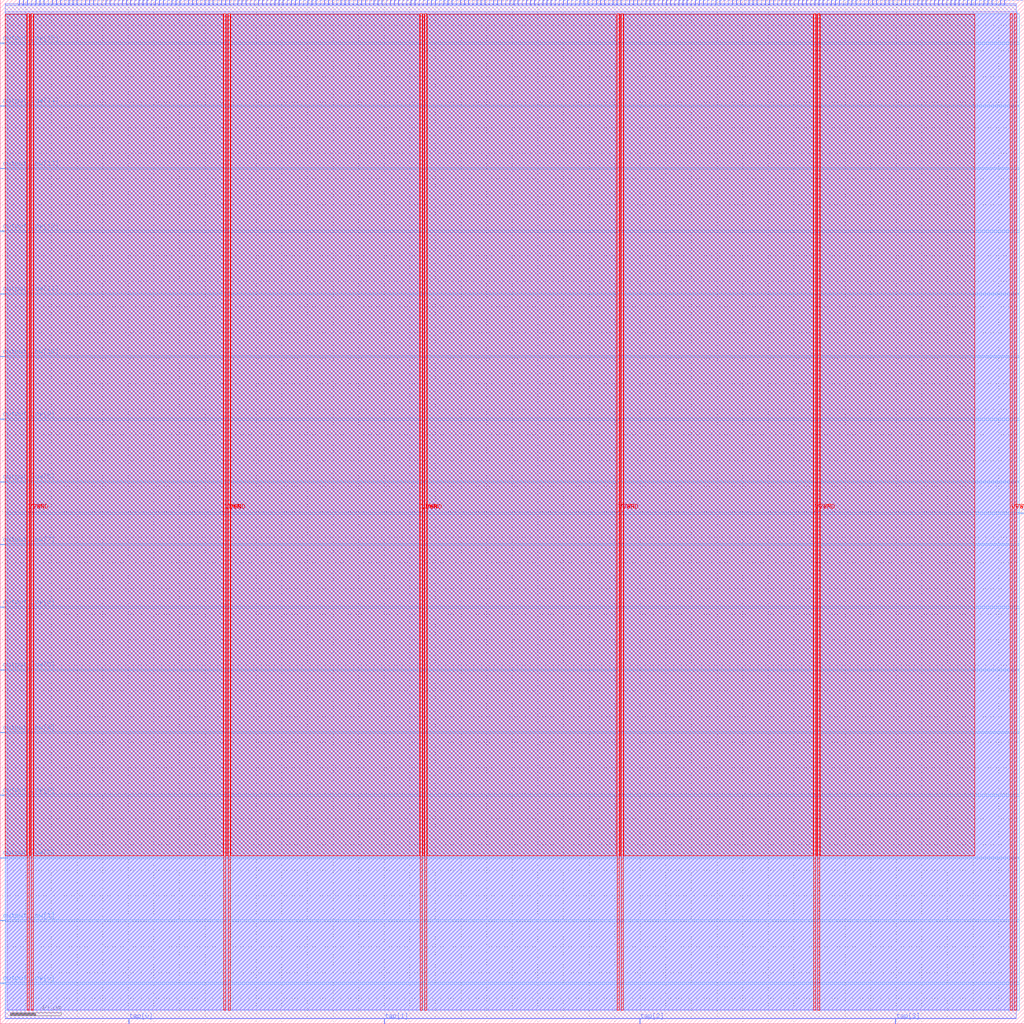
<source format=lef>
VERSION 5.7 ;
  NOWIREEXTENSIONATPIN ON ;
  DIVIDERCHAR "/" ;
  BUSBITCHARS "[]" ;
MACRO lowpass
  CLASS BLOCK ;
  FOREIGN lowpass ;
  ORIGIN 0.000 0.000 ;
  SIZE 800.000 BY 800.000 ;
  PIN VGND
    DIRECTION INOUT ;
    USE GROUND ;
    PORT
      LAYER met4 ;
        RECT 24.340 10.640 25.940 789.040 ;
    END
    PORT
      LAYER met4 ;
        RECT 177.940 10.640 179.540 789.040 ;
    END
    PORT
      LAYER met4 ;
        RECT 331.540 10.640 333.140 789.040 ;
    END
    PORT
      LAYER met4 ;
        RECT 485.140 10.640 486.740 789.040 ;
    END
    PORT
      LAYER met4 ;
        RECT 638.740 10.640 640.340 789.040 ;
    END
    PORT
      LAYER met4 ;
        RECT 792.340 10.640 793.940 789.040 ;
    END
  END VGND
  PIN VPWR
    DIRECTION INOUT ;
    USE POWER ;
    PORT
      LAYER met4 ;
        RECT 21.040 10.640 22.640 789.040 ;
    END
    PORT
      LAYER met4 ;
        RECT 174.640 10.640 176.240 789.040 ;
    END
    PORT
      LAYER met4 ;
        RECT 328.240 10.640 329.840 789.040 ;
    END
    PORT
      LAYER met4 ;
        RECT 481.840 10.640 483.440 789.040 ;
    END
    PORT
      LAYER met4 ;
        RECT 635.440 10.640 637.040 789.040 ;
    END
    PORT
      LAYER met4 ;
        RECT 789.040 10.640 790.640 789.040 ;
    END
  END VPWR
  PIN clk
    DIRECTION INPUT ;
    USE SIGNAL ;
    ANTENNAGATEAREA 0.852000 ;
    ANTENNADIFFAREA 0.434700 ;
    PORT
      LAYER met3 ;
        RECT 796.000 398.520 800.000 399.120 ;
    END
  END clk
  PIN input_data[0]
    DIRECTION INPUT ;
    USE SIGNAL ;
    ANTENNAGATEAREA 0.159000 ;
    ANTENNADIFFAREA 0.434700 ;
    PORT
      LAYER met2 ;
        RECT 14.810 796.000 15.090 800.000 ;
    END
  END input_data[0]
  PIN input_data[100]
    DIRECTION INPUT ;
    USE SIGNAL ;
    ANTENNAGATEAREA 0.247500 ;
    ANTENNADIFFAREA 0.434700 ;
    PORT
      LAYER met2 ;
        RECT 336.810 796.000 337.090 800.000 ;
    END
  END input_data[100]
  PIN input_data[101]
    DIRECTION INPUT ;
    USE SIGNAL ;
    ANTENNAGATEAREA 0.247500 ;
    ANTENNADIFFAREA 0.434700 ;
    PORT
      LAYER met2 ;
        RECT 340.030 796.000 340.310 800.000 ;
    END
  END input_data[101]
  PIN input_data[102]
    DIRECTION INPUT ;
    USE SIGNAL ;
    ANTENNAGATEAREA 0.159000 ;
    ANTENNADIFFAREA 0.434700 ;
    PORT
      LAYER met2 ;
        RECT 343.250 796.000 343.530 800.000 ;
    END
  END input_data[102]
  PIN input_data[103]
    DIRECTION INPUT ;
    USE SIGNAL ;
    ANTENNAGATEAREA 0.247500 ;
    ANTENNADIFFAREA 0.434700 ;
    PORT
      LAYER met2 ;
        RECT 346.470 796.000 346.750 800.000 ;
    END
  END input_data[103]
  PIN input_data[104]
    DIRECTION INPUT ;
    USE SIGNAL ;
    ANTENNAGATEAREA 0.247500 ;
    ANTENNADIFFAREA 0.434700 ;
    PORT
      LAYER met2 ;
        RECT 349.690 796.000 349.970 800.000 ;
    END
  END input_data[104]
  PIN input_data[105]
    DIRECTION INPUT ;
    USE SIGNAL ;
    ANTENNAGATEAREA 0.247500 ;
    ANTENNADIFFAREA 0.434700 ;
    PORT
      LAYER met2 ;
        RECT 352.910 796.000 353.190 800.000 ;
    END
  END input_data[105]
  PIN input_data[106]
    DIRECTION INPUT ;
    USE SIGNAL ;
    ANTENNAGATEAREA 0.213000 ;
    ANTENNADIFFAREA 0.434700 ;
    PORT
      LAYER met2 ;
        RECT 356.130 796.000 356.410 800.000 ;
    END
  END input_data[106]
  PIN input_data[107]
    DIRECTION INPUT ;
    USE SIGNAL ;
    ANTENNAGATEAREA 0.213000 ;
    ANTENNADIFFAREA 0.434700 ;
    PORT
      LAYER met2 ;
        RECT 359.350 796.000 359.630 800.000 ;
    END
  END input_data[107]
  PIN input_data[108]
    DIRECTION INPUT ;
    USE SIGNAL ;
    ANTENNAGATEAREA 0.213000 ;
    ANTENNADIFFAREA 0.434700 ;
    PORT
      LAYER met2 ;
        RECT 362.570 796.000 362.850 800.000 ;
    END
  END input_data[108]
  PIN input_data[109]
    DIRECTION INPUT ;
    USE SIGNAL ;
    ANTENNAGATEAREA 0.495000 ;
    ANTENNADIFFAREA 0.434700 ;
    PORT
      LAYER met2 ;
        RECT 365.790 796.000 366.070 800.000 ;
    END
  END input_data[109]
  PIN input_data[10]
    DIRECTION INPUT ;
    USE SIGNAL ;
    ANTENNAGATEAREA 0.196500 ;
    ANTENNADIFFAREA 0.434700 ;
    PORT
      LAYER met2 ;
        RECT 47.010 796.000 47.290 800.000 ;
    END
  END input_data[10]
  PIN input_data[110]
    DIRECTION INPUT ;
    USE SIGNAL ;
    ANTENNAGATEAREA 0.196500 ;
    ANTENNADIFFAREA 0.434700 ;
    PORT
      LAYER met2 ;
        RECT 369.010 796.000 369.290 800.000 ;
    END
  END input_data[110]
  PIN input_data[111]
    DIRECTION INPUT ;
    USE SIGNAL ;
    ANTENNAGATEAREA 0.213000 ;
    ANTENNADIFFAREA 0.434700 ;
    PORT
      LAYER met2 ;
        RECT 372.230 796.000 372.510 800.000 ;
    END
  END input_data[111]
  PIN input_data[112]
    DIRECTION INPUT ;
    USE SIGNAL ;
    ANTENNAGATEAREA 0.247500 ;
    ANTENNADIFFAREA 0.434700 ;
    PORT
      LAYER met2 ;
        RECT 375.450 796.000 375.730 800.000 ;
    END
  END input_data[112]
  PIN input_data[113]
    DIRECTION INPUT ;
    USE SIGNAL ;
    ANTENNAGATEAREA 0.126000 ;
    ANTENNADIFFAREA 0.434700 ;
    PORT
      LAYER met2 ;
        RECT 378.670 796.000 378.950 800.000 ;
    END
  END input_data[113]
  PIN input_data[114]
    DIRECTION INPUT ;
    USE SIGNAL ;
    ANTENNAGATEAREA 0.213000 ;
    ANTENNADIFFAREA 0.434700 ;
    PORT
      LAYER met2 ;
        RECT 381.890 796.000 382.170 800.000 ;
    END
  END input_data[114]
  PIN input_data[115]
    DIRECTION INPUT ;
    USE SIGNAL ;
    ANTENNAGATEAREA 0.196500 ;
    ANTENNADIFFAREA 0.434700 ;
    PORT
      LAYER met2 ;
        RECT 385.110 796.000 385.390 800.000 ;
    END
  END input_data[115]
  PIN input_data[116]
    DIRECTION INPUT ;
    USE SIGNAL ;
    ANTENNAGATEAREA 0.196500 ;
    ANTENNADIFFAREA 0.434700 ;
    PORT
      LAYER met2 ;
        RECT 388.330 796.000 388.610 800.000 ;
    END
  END input_data[116]
  PIN input_data[117]
    DIRECTION INPUT ;
    USE SIGNAL ;
    ANTENNAGATEAREA 0.196500 ;
    ANTENNADIFFAREA 0.434700 ;
    PORT
      LAYER met2 ;
        RECT 391.550 796.000 391.830 800.000 ;
    END
  END input_data[117]
  PIN input_data[118]
    DIRECTION INPUT ;
    USE SIGNAL ;
    ANTENNAGATEAREA 0.196500 ;
    ANTENNADIFFAREA 0.434700 ;
    PORT
      LAYER met2 ;
        RECT 394.770 796.000 395.050 800.000 ;
    END
  END input_data[118]
  PIN input_data[119]
    DIRECTION INPUT ;
    USE SIGNAL ;
    ANTENNAGATEAREA 0.196500 ;
    ANTENNADIFFAREA 0.434700 ;
    PORT
      LAYER met2 ;
        RECT 397.990 796.000 398.270 800.000 ;
    END
  END input_data[119]
  PIN input_data[11]
    DIRECTION INPUT ;
    USE SIGNAL ;
    ANTENNAGATEAREA 0.196500 ;
    ANTENNADIFFAREA 0.434700 ;
    PORT
      LAYER met2 ;
        RECT 50.230 796.000 50.510 800.000 ;
    END
  END input_data[11]
  PIN input_data[120]
    DIRECTION INPUT ;
    USE SIGNAL ;
    ANTENNAGATEAREA 0.196500 ;
    ANTENNADIFFAREA 0.434700 ;
    PORT
      LAYER met2 ;
        RECT 401.210 796.000 401.490 800.000 ;
    END
  END input_data[120]
  PIN input_data[121]
    DIRECTION INPUT ;
    USE SIGNAL ;
    ANTENNAGATEAREA 0.213000 ;
    ANTENNADIFFAREA 0.434700 ;
    PORT
      LAYER met2 ;
        RECT 404.430 796.000 404.710 800.000 ;
    END
  END input_data[121]
  PIN input_data[122]
    DIRECTION INPUT ;
    USE SIGNAL ;
    ANTENNAGATEAREA 0.196500 ;
    ANTENNADIFFAREA 0.434700 ;
    PORT
      LAYER met2 ;
        RECT 407.650 796.000 407.930 800.000 ;
    END
  END input_data[122]
  PIN input_data[123]
    DIRECTION INPUT ;
    USE SIGNAL ;
    ANTENNAGATEAREA 0.196500 ;
    ANTENNADIFFAREA 0.434700 ;
    PORT
      LAYER met2 ;
        RECT 410.870 796.000 411.150 800.000 ;
    END
  END input_data[123]
  PIN input_data[124]
    DIRECTION INPUT ;
    USE SIGNAL ;
    ANTENNAGATEAREA 0.196500 ;
    ANTENNADIFFAREA 0.434700 ;
    PORT
      LAYER met2 ;
        RECT 414.090 796.000 414.370 800.000 ;
    END
  END input_data[124]
  PIN input_data[125]
    DIRECTION INPUT ;
    USE SIGNAL ;
    ANTENNAGATEAREA 0.213000 ;
    ANTENNADIFFAREA 0.434700 ;
    PORT
      LAYER met2 ;
        RECT 417.310 796.000 417.590 800.000 ;
    END
  END input_data[125]
  PIN input_data[126]
    DIRECTION INPUT ;
    USE SIGNAL ;
    ANTENNAGATEAREA 0.159000 ;
    ANTENNADIFFAREA 0.434700 ;
    PORT
      LAYER met2 ;
        RECT 420.530 796.000 420.810 800.000 ;
    END
  END input_data[126]
  PIN input_data[127]
    DIRECTION INPUT ;
    USE SIGNAL ;
    ANTENNAGATEAREA 0.196500 ;
    ANTENNADIFFAREA 0.434700 ;
    PORT
      LAYER met2 ;
        RECT 423.750 796.000 424.030 800.000 ;
    END
  END input_data[127]
  PIN input_data[128]
    DIRECTION INPUT ;
    USE SIGNAL ;
    ANTENNAGATEAREA 0.196500 ;
    ANTENNADIFFAREA 0.434700 ;
    PORT
      LAYER met2 ;
        RECT 426.970 796.000 427.250 800.000 ;
    END
  END input_data[128]
  PIN input_data[129]
    DIRECTION INPUT ;
    USE SIGNAL ;
    ANTENNAGATEAREA 0.196500 ;
    ANTENNADIFFAREA 0.434700 ;
    PORT
      LAYER met2 ;
        RECT 430.190 796.000 430.470 800.000 ;
    END
  END input_data[129]
  PIN input_data[12]
    DIRECTION INPUT ;
    USE SIGNAL ;
    ANTENNAGATEAREA 0.196500 ;
    ANTENNADIFFAREA 0.434700 ;
    PORT
      LAYER met2 ;
        RECT 53.450 796.000 53.730 800.000 ;
    END
  END input_data[12]
  PIN input_data[130]
    DIRECTION INPUT ;
    USE SIGNAL ;
    ANTENNAGATEAREA 0.213000 ;
    ANTENNADIFFAREA 0.434700 ;
    PORT
      LAYER met2 ;
        RECT 433.410 796.000 433.690 800.000 ;
    END
  END input_data[130]
  PIN input_data[131]
    DIRECTION INPUT ;
    USE SIGNAL ;
    ANTENNAGATEAREA 0.159000 ;
    ANTENNADIFFAREA 0.434700 ;
    PORT
      LAYER met2 ;
        RECT 436.630 796.000 436.910 800.000 ;
    END
  END input_data[131]
  PIN input_data[132]
    DIRECTION INPUT ;
    USE SIGNAL ;
    ANTENNAGATEAREA 0.213000 ;
    ANTENNADIFFAREA 0.434700 ;
    PORT
      LAYER met2 ;
        RECT 439.850 796.000 440.130 800.000 ;
    END
  END input_data[132]
  PIN input_data[133]
    DIRECTION INPUT ;
    USE SIGNAL ;
    ANTENNAGATEAREA 0.159000 ;
    ANTENNADIFFAREA 0.434700 ;
    PORT
      LAYER met2 ;
        RECT 443.070 796.000 443.350 800.000 ;
    END
  END input_data[133]
  PIN input_data[134]
    DIRECTION INPUT ;
    USE SIGNAL ;
    ANTENNAGATEAREA 0.159000 ;
    ANTENNADIFFAREA 0.434700 ;
    PORT
      LAYER met2 ;
        RECT 446.290 796.000 446.570 800.000 ;
    END
  END input_data[134]
  PIN input_data[135]
    DIRECTION INPUT ;
    USE SIGNAL ;
    ANTENNAGATEAREA 0.159000 ;
    ANTENNADIFFAREA 0.434700 ;
    PORT
      LAYER met2 ;
        RECT 449.510 796.000 449.790 800.000 ;
    END
  END input_data[135]
  PIN input_data[136]
    DIRECTION INPUT ;
    USE SIGNAL ;
    ANTENNAGATEAREA 0.159000 ;
    ANTENNADIFFAREA 0.434700 ;
    PORT
      LAYER met2 ;
        RECT 452.730 796.000 453.010 800.000 ;
    END
  END input_data[136]
  PIN input_data[137]
    DIRECTION INPUT ;
    USE SIGNAL ;
    ANTENNAGATEAREA 0.159000 ;
    ANTENNADIFFAREA 0.434700 ;
    PORT
      LAYER met2 ;
        RECT 455.950 796.000 456.230 800.000 ;
    END
  END input_data[137]
  PIN input_data[138]
    DIRECTION INPUT ;
    USE SIGNAL ;
    ANTENNAGATEAREA 0.159000 ;
    ANTENNADIFFAREA 0.434700 ;
    PORT
      LAYER met2 ;
        RECT 459.170 796.000 459.450 800.000 ;
    END
  END input_data[138]
  PIN input_data[139]
    DIRECTION INPUT ;
    USE SIGNAL ;
    ANTENNAGATEAREA 0.159000 ;
    ANTENNADIFFAREA 0.434700 ;
    PORT
      LAYER met2 ;
        RECT 462.390 796.000 462.670 800.000 ;
    END
  END input_data[139]
  PIN input_data[13]
    DIRECTION INPUT ;
    USE SIGNAL ;
    ANTENNAGATEAREA 0.495000 ;
    ANTENNADIFFAREA 0.434700 ;
    PORT
      LAYER met2 ;
        RECT 56.670 796.000 56.950 800.000 ;
    END
  END input_data[13]
  PIN input_data[140]
    DIRECTION INPUT ;
    USE SIGNAL ;
    ANTENNAGATEAREA 0.247500 ;
    ANTENNADIFFAREA 0.434700 ;
    PORT
      LAYER met2 ;
        RECT 465.610 796.000 465.890 800.000 ;
    END
  END input_data[140]
  PIN input_data[141]
    DIRECTION INPUT ;
    USE SIGNAL ;
    ANTENNAGATEAREA 0.196500 ;
    ANTENNADIFFAREA 0.434700 ;
    PORT
      LAYER met2 ;
        RECT 468.830 796.000 469.110 800.000 ;
    END
  END input_data[141]
  PIN input_data[142]
    DIRECTION INPUT ;
    USE SIGNAL ;
    ANTENNAGATEAREA 0.495000 ;
    ANTENNADIFFAREA 0.434700 ;
    PORT
      LAYER met2 ;
        RECT 472.050 796.000 472.330 800.000 ;
    END
  END input_data[142]
  PIN input_data[143]
    DIRECTION INPUT ;
    USE SIGNAL ;
    ANTENNAGATEAREA 0.247500 ;
    ANTENNADIFFAREA 0.434700 ;
    PORT
      LAYER met2 ;
        RECT 475.270 796.000 475.550 800.000 ;
    END
  END input_data[143]
  PIN input_data[144]
    DIRECTION INPUT ;
    USE SIGNAL ;
    ANTENNAGATEAREA 0.159000 ;
    ANTENNADIFFAREA 0.434700 ;
    PORT
      LAYER met2 ;
        RECT 478.490 796.000 478.770 800.000 ;
    END
  END input_data[144]
  PIN input_data[145]
    DIRECTION INPUT ;
    USE SIGNAL ;
    ANTENNAGATEAREA 0.213000 ;
    ANTENNADIFFAREA 0.434700 ;
    PORT
      LAYER met2 ;
        RECT 481.710 796.000 481.990 800.000 ;
    END
  END input_data[145]
  PIN input_data[146]
    DIRECTION INPUT ;
    USE SIGNAL ;
    ANTENNAGATEAREA 0.213000 ;
    ANTENNADIFFAREA 0.434700 ;
    PORT
      LAYER met2 ;
        RECT 484.930 796.000 485.210 800.000 ;
    END
  END input_data[146]
  PIN input_data[147]
    DIRECTION INPUT ;
    USE SIGNAL ;
    ANTENNAGATEAREA 0.159000 ;
    ANTENNADIFFAREA 0.434700 ;
    PORT
      LAYER met2 ;
        RECT 488.150 796.000 488.430 800.000 ;
    END
  END input_data[147]
  PIN input_data[148]
    DIRECTION INPUT ;
    USE SIGNAL ;
    ANTENNAGATEAREA 0.247500 ;
    ANTENNADIFFAREA 0.434700 ;
    PORT
      LAYER met2 ;
        RECT 491.370 796.000 491.650 800.000 ;
    END
  END input_data[148]
  PIN input_data[149]
    DIRECTION INPUT ;
    USE SIGNAL ;
    ANTENNAGATEAREA 0.213000 ;
    ANTENNADIFFAREA 0.434700 ;
    PORT
      LAYER met2 ;
        RECT 494.590 796.000 494.870 800.000 ;
    END
  END input_data[149]
  PIN input_data[14]
    DIRECTION INPUT ;
    USE SIGNAL ;
    ANTENNAGATEAREA 0.247500 ;
    ANTENNADIFFAREA 0.434700 ;
    PORT
      LAYER met2 ;
        RECT 59.890 796.000 60.170 800.000 ;
    END
  END input_data[14]
  PIN input_data[150]
    DIRECTION INPUT ;
    USE SIGNAL ;
    ANTENNAGATEAREA 0.126000 ;
    ANTENNADIFFAREA 0.434700 ;
    PORT
      LAYER met2 ;
        RECT 497.810 796.000 498.090 800.000 ;
    END
  END input_data[150]
  PIN input_data[151]
    DIRECTION INPUT ;
    USE SIGNAL ;
    ANTENNAGATEAREA 0.196500 ;
    ANTENNADIFFAREA 0.434700 ;
    PORT
      LAYER met2 ;
        RECT 501.030 796.000 501.310 800.000 ;
    END
  END input_data[151]
  PIN input_data[152]
    DIRECTION INPUT ;
    USE SIGNAL ;
    ANTENNAGATEAREA 0.196500 ;
    ANTENNADIFFAREA 0.434700 ;
    PORT
      LAYER met2 ;
        RECT 504.250 796.000 504.530 800.000 ;
    END
  END input_data[152]
  PIN input_data[153]
    DIRECTION INPUT ;
    USE SIGNAL ;
    ANTENNAGATEAREA 0.213000 ;
    ANTENNADIFFAREA 0.434700 ;
    PORT
      LAYER met2 ;
        RECT 507.470 796.000 507.750 800.000 ;
    END
  END input_data[153]
  PIN input_data[154]
    DIRECTION INPUT ;
    USE SIGNAL ;
    ANTENNAGATEAREA 0.159000 ;
    ANTENNADIFFAREA 0.434700 ;
    PORT
      LAYER met2 ;
        RECT 510.690 796.000 510.970 800.000 ;
    END
  END input_data[154]
  PIN input_data[155]
    DIRECTION INPUT ;
    USE SIGNAL ;
    ANTENNAGATEAREA 0.196500 ;
    ANTENNADIFFAREA 0.434700 ;
    PORT
      LAYER met2 ;
        RECT 513.910 796.000 514.190 800.000 ;
    END
  END input_data[155]
  PIN input_data[156]
    DIRECTION INPUT ;
    USE SIGNAL ;
    ANTENNAGATEAREA 0.126000 ;
    ANTENNADIFFAREA 0.434700 ;
    PORT
      LAYER met2 ;
        RECT 517.130 796.000 517.410 800.000 ;
    END
  END input_data[156]
  PIN input_data[157]
    DIRECTION INPUT ;
    USE SIGNAL ;
    ANTENNAGATEAREA 0.213000 ;
    ANTENNADIFFAREA 0.434700 ;
    PORT
      LAYER met2 ;
        RECT 520.350 796.000 520.630 800.000 ;
    END
  END input_data[157]
  PIN input_data[158]
    DIRECTION INPUT ;
    USE SIGNAL ;
    ANTENNAGATEAREA 0.247500 ;
    ANTENNADIFFAREA 0.434700 ;
    PORT
      LAYER met2 ;
        RECT 523.570 796.000 523.850 800.000 ;
    END
  END input_data[158]
  PIN input_data[159]
    DIRECTION INPUT ;
    USE SIGNAL ;
    ANTENNAGATEAREA 0.196500 ;
    ANTENNADIFFAREA 0.434700 ;
    PORT
      LAYER met2 ;
        RECT 526.790 796.000 527.070 800.000 ;
    END
  END input_data[159]
  PIN input_data[15]
    DIRECTION INPUT ;
    USE SIGNAL ;
    PORT
      LAYER met2 ;
        RECT 63.110 796.000 63.390 800.000 ;
    END
  END input_data[15]
  PIN input_data[160]
    DIRECTION INPUT ;
    USE SIGNAL ;
    ANTENNAGATEAREA 0.196500 ;
    ANTENNADIFFAREA 0.434700 ;
    PORT
      LAYER met2 ;
        RECT 530.010 796.000 530.290 800.000 ;
    END
  END input_data[160]
  PIN input_data[161]
    DIRECTION INPUT ;
    USE SIGNAL ;
    ANTENNAGATEAREA 0.196500 ;
    ANTENNADIFFAREA 0.434700 ;
    PORT
      LAYER met2 ;
        RECT 533.230 796.000 533.510 800.000 ;
    END
  END input_data[161]
  PIN input_data[162]
    DIRECTION INPUT ;
    USE SIGNAL ;
    ANTENNAGATEAREA 0.196500 ;
    ANTENNADIFFAREA 0.434700 ;
    PORT
      LAYER met2 ;
        RECT 536.450 796.000 536.730 800.000 ;
    END
  END input_data[162]
  PIN input_data[163]
    DIRECTION INPUT ;
    USE SIGNAL ;
    ANTENNAGATEAREA 0.196500 ;
    ANTENNADIFFAREA 0.434700 ;
    PORT
      LAYER met2 ;
        RECT 539.670 796.000 539.950 800.000 ;
    END
  END input_data[163]
  PIN input_data[164]
    DIRECTION INPUT ;
    USE SIGNAL ;
    ANTENNAGATEAREA 0.196500 ;
    ANTENNADIFFAREA 0.434700 ;
    PORT
      LAYER met2 ;
        RECT 542.890 796.000 543.170 800.000 ;
    END
  END input_data[164]
  PIN input_data[165]
    DIRECTION INPUT ;
    USE SIGNAL ;
    ANTENNAGATEAREA 0.196500 ;
    ANTENNADIFFAREA 0.434700 ;
    PORT
      LAYER met2 ;
        RECT 546.110 796.000 546.390 800.000 ;
    END
  END input_data[165]
  PIN input_data[166]
    DIRECTION INPUT ;
    USE SIGNAL ;
    ANTENNAGATEAREA 0.159000 ;
    ANTENNADIFFAREA 0.434700 ;
    PORT
      LAYER met2 ;
        RECT 549.330 796.000 549.610 800.000 ;
    END
  END input_data[166]
  PIN input_data[167]
    DIRECTION INPUT ;
    USE SIGNAL ;
    ANTENNAGATEAREA 0.196500 ;
    ANTENNADIFFAREA 0.434700 ;
    PORT
      LAYER met2 ;
        RECT 552.550 796.000 552.830 800.000 ;
    END
  END input_data[167]
  PIN input_data[168]
    DIRECTION INPUT ;
    USE SIGNAL ;
    ANTENNAGATEAREA 0.159000 ;
    ANTENNADIFFAREA 0.434700 ;
    PORT
      LAYER met2 ;
        RECT 555.770 796.000 556.050 800.000 ;
    END
  END input_data[168]
  PIN input_data[169]
    DIRECTION INPUT ;
    USE SIGNAL ;
    ANTENNAGATEAREA 0.213000 ;
    ANTENNADIFFAREA 0.434700 ;
    PORT
      LAYER met2 ;
        RECT 558.990 796.000 559.270 800.000 ;
    END
  END input_data[169]
  PIN input_data[16]
    DIRECTION INPUT ;
    USE SIGNAL ;
    ANTENNAGATEAREA 0.213000 ;
    ANTENNADIFFAREA 0.434700 ;
    PORT
      LAYER met2 ;
        RECT 66.330 796.000 66.610 800.000 ;
    END
  END input_data[16]
  PIN input_data[170]
    DIRECTION INPUT ;
    USE SIGNAL ;
    ANTENNAGATEAREA 0.159000 ;
    ANTENNADIFFAREA 0.434700 ;
    PORT
      LAYER met2 ;
        RECT 562.210 796.000 562.490 800.000 ;
    END
  END input_data[170]
  PIN input_data[171]
    DIRECTION INPUT ;
    USE SIGNAL ;
    ANTENNAGATEAREA 0.213000 ;
    ANTENNADIFFAREA 0.434700 ;
    PORT
      LAYER met2 ;
        RECT 565.430 796.000 565.710 800.000 ;
    END
  END input_data[171]
  PIN input_data[172]
    DIRECTION INPUT ;
    USE SIGNAL ;
    ANTENNAGATEAREA 0.126000 ;
    ANTENNADIFFAREA 0.434700 ;
    PORT
      LAYER met2 ;
        RECT 568.650 796.000 568.930 800.000 ;
    END
  END input_data[172]
  PIN input_data[173]
    DIRECTION INPUT ;
    USE SIGNAL ;
    ANTENNAGATEAREA 0.159000 ;
    ANTENNADIFFAREA 0.434700 ;
    PORT
      LAYER met2 ;
        RECT 571.870 796.000 572.150 800.000 ;
    END
  END input_data[173]
  PIN input_data[174]
    DIRECTION INPUT ;
    USE SIGNAL ;
    ANTENNAGATEAREA 0.159000 ;
    ANTENNADIFFAREA 0.434700 ;
    PORT
      LAYER met2 ;
        RECT 575.090 796.000 575.370 800.000 ;
    END
  END input_data[174]
  PIN input_data[175]
    DIRECTION INPUT ;
    USE SIGNAL ;
    PORT
      LAYER met2 ;
        RECT 578.310 796.000 578.590 800.000 ;
    END
  END input_data[175]
  PIN input_data[176]
    DIRECTION INPUT ;
    USE SIGNAL ;
    ANTENNAGATEAREA 0.159000 ;
    ANTENNADIFFAREA 0.434700 ;
    PORT
      LAYER met2 ;
        RECT 581.530 796.000 581.810 800.000 ;
    END
  END input_data[176]
  PIN input_data[177]
    DIRECTION INPUT ;
    USE SIGNAL ;
    ANTENNAGATEAREA 0.159000 ;
    ANTENNADIFFAREA 0.434700 ;
    PORT
      LAYER met2 ;
        RECT 584.750 796.000 585.030 800.000 ;
    END
  END input_data[177]
  PIN input_data[178]
    DIRECTION INPUT ;
    USE SIGNAL ;
    ANTENNAGATEAREA 0.159000 ;
    ANTENNADIFFAREA 0.434700 ;
    PORT
      LAYER met2 ;
        RECT 587.970 796.000 588.250 800.000 ;
    END
  END input_data[178]
  PIN input_data[179]
    DIRECTION INPUT ;
    USE SIGNAL ;
    ANTENNAGATEAREA 0.247500 ;
    ANTENNADIFFAREA 0.434700 ;
    PORT
      LAYER met2 ;
        RECT 591.190 796.000 591.470 800.000 ;
    END
  END input_data[179]
  PIN input_data[17]
    DIRECTION INPUT ;
    USE SIGNAL ;
    ANTENNAGATEAREA 0.495000 ;
    ANTENNADIFFAREA 0.434700 ;
    PORT
      LAYER met2 ;
        RECT 69.550 796.000 69.830 800.000 ;
    END
  END input_data[17]
  PIN input_data[180]
    DIRECTION INPUT ;
    USE SIGNAL ;
    ANTENNAGATEAREA 0.213000 ;
    ANTENNADIFFAREA 0.434700 ;
    PORT
      LAYER met2 ;
        RECT 594.410 796.000 594.690 800.000 ;
    END
  END input_data[180]
  PIN input_data[181]
    DIRECTION INPUT ;
    USE SIGNAL ;
    ANTENNAGATEAREA 0.159000 ;
    ANTENNADIFFAREA 0.434700 ;
    PORT
      LAYER met2 ;
        RECT 597.630 796.000 597.910 800.000 ;
    END
  END input_data[181]
  PIN input_data[182]
    DIRECTION INPUT ;
    USE SIGNAL ;
    ANTENNAGATEAREA 0.213000 ;
    ANTENNADIFFAREA 0.434700 ;
    PORT
      LAYER met2 ;
        RECT 600.850 796.000 601.130 800.000 ;
    END
  END input_data[182]
  PIN input_data[183]
    DIRECTION INPUT ;
    USE SIGNAL ;
    ANTENNAGATEAREA 0.213000 ;
    ANTENNADIFFAREA 0.434700 ;
    PORT
      LAYER met2 ;
        RECT 604.070 796.000 604.350 800.000 ;
    END
  END input_data[183]
  PIN input_data[184]
    DIRECTION INPUT ;
    USE SIGNAL ;
    ANTENNAGATEAREA 0.213000 ;
    ANTENNADIFFAREA 0.434700 ;
    PORT
      LAYER met2 ;
        RECT 607.290 796.000 607.570 800.000 ;
    END
  END input_data[184]
  PIN input_data[185]
    DIRECTION INPUT ;
    USE SIGNAL ;
    ANTENNAGATEAREA 0.213000 ;
    ANTENNADIFFAREA 0.434700 ;
    PORT
      LAYER met2 ;
        RECT 610.510 796.000 610.790 800.000 ;
    END
  END input_data[185]
  PIN input_data[186]
    DIRECTION INPUT ;
    USE SIGNAL ;
    ANTENNAGATEAREA 0.213000 ;
    ANTENNADIFFAREA 0.434700 ;
    PORT
      LAYER met2 ;
        RECT 613.730 796.000 614.010 800.000 ;
    END
  END input_data[186]
  PIN input_data[187]
    DIRECTION INPUT ;
    USE SIGNAL ;
    ANTENNAGATEAREA 0.426000 ;
    ANTENNADIFFAREA 0.434700 ;
    PORT
      LAYER met2 ;
        RECT 616.950 796.000 617.230 800.000 ;
    END
  END input_data[187]
  PIN input_data[188]
    DIRECTION INPUT ;
    USE SIGNAL ;
    ANTENNAGATEAREA 0.426000 ;
    ANTENNADIFFAREA 0.434700 ;
    PORT
      LAYER met2 ;
        RECT 620.170 796.000 620.450 800.000 ;
    END
  END input_data[188]
  PIN input_data[189]
    DIRECTION INPUT ;
    USE SIGNAL ;
    ANTENNAGATEAREA 0.247500 ;
    ANTENNADIFFAREA 0.434700 ;
    PORT
      LAYER met2 ;
        RECT 623.390 796.000 623.670 800.000 ;
    END
  END input_data[189]
  PIN input_data[18]
    DIRECTION INPUT ;
    USE SIGNAL ;
    ANTENNAGATEAREA 0.213000 ;
    ANTENNADIFFAREA 0.434700 ;
    PORT
      LAYER met2 ;
        RECT 72.770 796.000 73.050 800.000 ;
    END
  END input_data[18]
  PIN input_data[190]
    DIRECTION INPUT ;
    USE SIGNAL ;
    ANTENNAGATEAREA 0.126000 ;
    ANTENNADIFFAREA 0.434700 ;
    PORT
      LAYER met2 ;
        RECT 626.610 796.000 626.890 800.000 ;
    END
  END input_data[190]
  PIN input_data[191]
    DIRECTION INPUT ;
    USE SIGNAL ;
    PORT
      LAYER met2 ;
        RECT 629.830 796.000 630.110 800.000 ;
    END
  END input_data[191]
  PIN input_data[192]
    DIRECTION INPUT ;
    USE SIGNAL ;
    ANTENNAGATEAREA 0.495000 ;
    ANTENNADIFFAREA 0.434700 ;
    PORT
      LAYER met2 ;
        RECT 633.050 796.000 633.330 800.000 ;
    END
  END input_data[192]
  PIN input_data[193]
    DIRECTION INPUT ;
    USE SIGNAL ;
    ANTENNAGATEAREA 0.495000 ;
    ANTENNADIFFAREA 0.434700 ;
    PORT
      LAYER met2 ;
        RECT 636.270 796.000 636.550 800.000 ;
    END
  END input_data[193]
  PIN input_data[194]
    DIRECTION INPUT ;
    USE SIGNAL ;
    ANTENNAGATEAREA 0.495000 ;
    ANTENNADIFFAREA 0.434700 ;
    PORT
      LAYER met2 ;
        RECT 639.490 796.000 639.770 800.000 ;
    END
  END input_data[194]
  PIN input_data[195]
    DIRECTION INPUT ;
    USE SIGNAL ;
    ANTENNAGATEAREA 0.495000 ;
    ANTENNADIFFAREA 0.434700 ;
    PORT
      LAYER met2 ;
        RECT 642.710 796.000 642.990 800.000 ;
    END
  END input_data[195]
  PIN input_data[196]
    DIRECTION INPUT ;
    USE SIGNAL ;
    ANTENNAGATEAREA 0.495000 ;
    ANTENNADIFFAREA 0.434700 ;
    PORT
      LAYER met2 ;
        RECT 645.930 796.000 646.210 800.000 ;
    END
  END input_data[196]
  PIN input_data[197]
    DIRECTION INPUT ;
    USE SIGNAL ;
    ANTENNAGATEAREA 0.196500 ;
    ANTENNADIFFAREA 0.434700 ;
    PORT
      LAYER met2 ;
        RECT 649.150 796.000 649.430 800.000 ;
    END
  END input_data[197]
  PIN input_data[198]
    DIRECTION INPUT ;
    USE SIGNAL ;
    ANTENNAGATEAREA 0.495000 ;
    ANTENNADIFFAREA 0.434700 ;
    PORT
      LAYER met2 ;
        RECT 652.370 796.000 652.650 800.000 ;
    END
  END input_data[198]
  PIN input_data[199]
    DIRECTION INPUT ;
    USE SIGNAL ;
    ANTENNAGATEAREA 0.247500 ;
    ANTENNADIFFAREA 0.434700 ;
    PORT
      LAYER met2 ;
        RECT 655.590 796.000 655.870 800.000 ;
    END
  END input_data[199]
  PIN input_data[19]
    DIRECTION INPUT ;
    USE SIGNAL ;
    ANTENNAGATEAREA 0.196500 ;
    ANTENNADIFFAREA 0.434700 ;
    PORT
      LAYER met2 ;
        RECT 75.990 796.000 76.270 800.000 ;
    END
  END input_data[19]
  PIN input_data[1]
    DIRECTION INPUT ;
    USE SIGNAL ;
    ANTENNAGATEAREA 0.196500 ;
    ANTENNADIFFAREA 0.434700 ;
    PORT
      LAYER met2 ;
        RECT 18.030 796.000 18.310 800.000 ;
    END
  END input_data[1]
  PIN input_data[200]
    DIRECTION INPUT ;
    USE SIGNAL ;
    ANTENNAGATEAREA 0.247500 ;
    ANTENNADIFFAREA 0.434700 ;
    PORT
      LAYER met2 ;
        RECT 658.810 796.000 659.090 800.000 ;
    END
  END input_data[200]
  PIN input_data[201]
    DIRECTION INPUT ;
    USE SIGNAL ;
    ANTENNAGATEAREA 0.495000 ;
    ANTENNADIFFAREA 0.434700 ;
    PORT
      LAYER met2 ;
        RECT 662.030 796.000 662.310 800.000 ;
    END
  END input_data[201]
  PIN input_data[202]
    DIRECTION INPUT ;
    USE SIGNAL ;
    ANTENNAGATEAREA 0.495000 ;
    ANTENNADIFFAREA 0.434700 ;
    PORT
      LAYER met2 ;
        RECT 665.250 796.000 665.530 800.000 ;
    END
  END input_data[202]
  PIN input_data[203]
    DIRECTION INPUT ;
    USE SIGNAL ;
    ANTENNAGATEAREA 0.247500 ;
    ANTENNADIFFAREA 0.434700 ;
    PORT
      LAYER met2 ;
        RECT 668.470 796.000 668.750 800.000 ;
    END
  END input_data[203]
  PIN input_data[204]
    DIRECTION INPUT ;
    USE SIGNAL ;
    ANTENNAGATEAREA 0.247500 ;
    ANTENNADIFFAREA 0.434700 ;
    PORT
      LAYER met2 ;
        RECT 671.690 796.000 671.970 800.000 ;
    END
  END input_data[204]
  PIN input_data[205]
    DIRECTION INPUT ;
    USE SIGNAL ;
    ANTENNAGATEAREA 0.213000 ;
    ANTENNADIFFAREA 0.434700 ;
    PORT
      LAYER met2 ;
        RECT 674.910 796.000 675.190 800.000 ;
    END
  END input_data[205]
  PIN input_data[206]
    DIRECTION INPUT ;
    USE SIGNAL ;
    ANTENNAGATEAREA 0.159000 ;
    ANTENNADIFFAREA 0.434700 ;
    PORT
      LAYER met2 ;
        RECT 678.130 796.000 678.410 800.000 ;
    END
  END input_data[206]
  PIN input_data[207]
    DIRECTION INPUT ;
    USE SIGNAL ;
    ANTENNAGATEAREA 0.159000 ;
    ANTENNADIFFAREA 0.434700 ;
    PORT
      LAYER met2 ;
        RECT 681.350 796.000 681.630 800.000 ;
    END
  END input_data[207]
  PIN input_data[208]
    DIRECTION INPUT ;
    USE SIGNAL ;
    ANTENNAGATEAREA 0.196500 ;
    ANTENNADIFFAREA 0.434700 ;
    PORT
      LAYER met2 ;
        RECT 684.570 796.000 684.850 800.000 ;
    END
  END input_data[208]
  PIN input_data[209]
    DIRECTION INPUT ;
    USE SIGNAL ;
    ANTENNAGATEAREA 0.495000 ;
    ANTENNADIFFAREA 0.434700 ;
    PORT
      LAYER met2 ;
        RECT 687.790 796.000 688.070 800.000 ;
    END
  END input_data[209]
  PIN input_data[20]
    DIRECTION INPUT ;
    USE SIGNAL ;
    ANTENNAGATEAREA 0.196500 ;
    ANTENNADIFFAREA 0.434700 ;
    PORT
      LAYER met2 ;
        RECT 79.210 796.000 79.490 800.000 ;
    END
  END input_data[20]
  PIN input_data[210]
    DIRECTION INPUT ;
    USE SIGNAL ;
    ANTENNAGATEAREA 0.495000 ;
    ANTENNADIFFAREA 0.434700 ;
    PORT
      LAYER met2 ;
        RECT 691.010 796.000 691.290 800.000 ;
    END
  END input_data[210]
  PIN input_data[211]
    DIRECTION INPUT ;
    USE SIGNAL ;
    ANTENNAGATEAREA 0.213000 ;
    ANTENNADIFFAREA 0.434700 ;
    PORT
      LAYER met2 ;
        RECT 694.230 796.000 694.510 800.000 ;
    END
  END input_data[211]
  PIN input_data[212]
    DIRECTION INPUT ;
    USE SIGNAL ;
    ANTENNAGATEAREA 0.213000 ;
    ANTENNADIFFAREA 0.434700 ;
    PORT
      LAYER met2 ;
        RECT 697.450 796.000 697.730 800.000 ;
    END
  END input_data[212]
  PIN input_data[213]
    DIRECTION INPUT ;
    USE SIGNAL ;
    ANTENNAGATEAREA 0.742500 ;
    ANTENNADIFFAREA 0.434700 ;
    PORT
      LAYER met2 ;
        RECT 700.670 796.000 700.950 800.000 ;
    END
  END input_data[213]
  PIN input_data[214]
    DIRECTION INPUT ;
    USE SIGNAL ;
    ANTENNAGATEAREA 0.213000 ;
    ANTENNADIFFAREA 0.434700 ;
    PORT
      LAYER met2 ;
        RECT 703.890 796.000 704.170 800.000 ;
    END
  END input_data[214]
  PIN input_data[215]
    DIRECTION INPUT ;
    USE SIGNAL ;
    ANTENNAGATEAREA 0.742500 ;
    ANTENNADIFFAREA 0.434700 ;
    PORT
      LAYER met2 ;
        RECT 707.110 796.000 707.390 800.000 ;
    END
  END input_data[215]
  PIN input_data[216]
    DIRECTION INPUT ;
    USE SIGNAL ;
    ANTENNAGATEAREA 0.426000 ;
    ANTENNADIFFAREA 0.434700 ;
    PORT
      LAYER met2 ;
        RECT 710.330 796.000 710.610 800.000 ;
    END
  END input_data[216]
  PIN input_data[217]
    DIRECTION INPUT ;
    USE SIGNAL ;
    ANTENNAGATEAREA 0.426000 ;
    ANTENNADIFFAREA 0.434700 ;
    PORT
      LAYER met2 ;
        RECT 713.550 796.000 713.830 800.000 ;
    END
  END input_data[217]
  PIN input_data[218]
    DIRECTION INPUT ;
    USE SIGNAL ;
    ANTENNAGATEAREA 0.247500 ;
    ANTENNADIFFAREA 0.434700 ;
    PORT
      LAYER met2 ;
        RECT 716.770 796.000 717.050 800.000 ;
    END
  END input_data[218]
  PIN input_data[219]
    DIRECTION INPUT ;
    USE SIGNAL ;
    ANTENNAGATEAREA 0.213000 ;
    ANTENNADIFFAREA 0.434700 ;
    PORT
      LAYER met2 ;
        RECT 719.990 796.000 720.270 800.000 ;
    END
  END input_data[219]
  PIN input_data[21]
    DIRECTION INPUT ;
    USE SIGNAL ;
    ANTENNAGATEAREA 0.196500 ;
    ANTENNADIFFAREA 0.434700 ;
    PORT
      LAYER met2 ;
        RECT 82.430 796.000 82.710 800.000 ;
    END
  END input_data[21]
  PIN input_data[220]
    DIRECTION INPUT ;
    USE SIGNAL ;
    ANTENNAGATEAREA 0.247500 ;
    ANTENNADIFFAREA 0.434700 ;
    PORT
      LAYER met2 ;
        RECT 723.210 796.000 723.490 800.000 ;
    END
  END input_data[220]
  PIN input_data[221]
    DIRECTION INPUT ;
    USE SIGNAL ;
    ANTENNAGATEAREA 0.213000 ;
    ANTENNADIFFAREA 0.434700 ;
    PORT
      LAYER met2 ;
        RECT 726.430 796.000 726.710 800.000 ;
    END
  END input_data[221]
  PIN input_data[222]
    DIRECTION INPUT ;
    USE SIGNAL ;
    ANTENNAGATEAREA 0.213000 ;
    ANTENNADIFFAREA 0.434700 ;
    PORT
      LAYER met2 ;
        RECT 729.650 796.000 729.930 800.000 ;
    END
  END input_data[222]
  PIN input_data[223]
    DIRECTION INPUT ;
    USE SIGNAL ;
    PORT
      LAYER met2 ;
        RECT 732.870 796.000 733.150 800.000 ;
    END
  END input_data[223]
  PIN input_data[224]
    DIRECTION INPUT ;
    USE SIGNAL ;
    ANTENNAGATEAREA 0.196500 ;
    ANTENNADIFFAREA 0.434700 ;
    PORT
      LAYER met2 ;
        RECT 736.090 796.000 736.370 800.000 ;
    END
  END input_data[224]
  PIN input_data[225]
    DIRECTION INPUT ;
    USE SIGNAL ;
    ANTENNAGATEAREA 0.196500 ;
    ANTENNADIFFAREA 0.434700 ;
    PORT
      LAYER met2 ;
        RECT 739.310 796.000 739.590 800.000 ;
    END
  END input_data[225]
  PIN input_data[226]
    DIRECTION INPUT ;
    USE SIGNAL ;
    ANTENNAGATEAREA 0.426000 ;
    ANTENNADIFFAREA 0.434700 ;
    PORT
      LAYER met2 ;
        RECT 742.530 796.000 742.810 800.000 ;
    END
  END input_data[226]
  PIN input_data[227]
    DIRECTION INPUT ;
    USE SIGNAL ;
    ANTENNAGATEAREA 0.426000 ;
    ANTENNADIFFAREA 0.434700 ;
    PORT
      LAYER met2 ;
        RECT 745.750 796.000 746.030 800.000 ;
    END
  END input_data[227]
  PIN input_data[228]
    DIRECTION INPUT ;
    USE SIGNAL ;
    ANTENNAGATEAREA 0.247500 ;
    ANTENNADIFFAREA 0.434700 ;
    PORT
      LAYER met2 ;
        RECT 748.970 796.000 749.250 800.000 ;
    END
  END input_data[228]
  PIN input_data[229]
    DIRECTION INPUT ;
    USE SIGNAL ;
    ANTENNAGATEAREA 0.247500 ;
    ANTENNADIFFAREA 0.434700 ;
    PORT
      LAYER met2 ;
        RECT 752.190 796.000 752.470 800.000 ;
    END
  END input_data[229]
  PIN input_data[22]
    DIRECTION INPUT ;
    USE SIGNAL ;
    ANTENNAGATEAREA 0.196500 ;
    ANTENNADIFFAREA 0.434700 ;
    PORT
      LAYER met2 ;
        RECT 85.650 796.000 85.930 800.000 ;
    END
  END input_data[22]
  PIN input_data[230]
    DIRECTION INPUT ;
    USE SIGNAL ;
    ANTENNAGATEAREA 0.426000 ;
    ANTENNADIFFAREA 0.434700 ;
    PORT
      LAYER met2 ;
        RECT 755.410 796.000 755.690 800.000 ;
    END
  END input_data[230]
  PIN input_data[231]
    DIRECTION INPUT ;
    USE SIGNAL ;
    ANTENNAGATEAREA 0.247500 ;
    ANTENNADIFFAREA 0.434700 ;
    PORT
      LAYER met2 ;
        RECT 758.630 796.000 758.910 800.000 ;
    END
  END input_data[231]
  PIN input_data[232]
    DIRECTION INPUT ;
    USE SIGNAL ;
    ANTENNAGATEAREA 0.247500 ;
    ANTENNADIFFAREA 0.434700 ;
    PORT
      LAYER met2 ;
        RECT 761.850 796.000 762.130 800.000 ;
    END
  END input_data[232]
  PIN input_data[233]
    DIRECTION INPUT ;
    USE SIGNAL ;
    ANTENNAGATEAREA 0.159000 ;
    ANTENNADIFFAREA 0.434700 ;
    PORT
      LAYER met2 ;
        RECT 765.070 796.000 765.350 800.000 ;
    END
  END input_data[233]
  PIN input_data[234]
    DIRECTION INPUT ;
    USE SIGNAL ;
    ANTENNAGATEAREA 0.213000 ;
    ANTENNADIFFAREA 0.434700 ;
    PORT
      LAYER met2 ;
        RECT 768.290 796.000 768.570 800.000 ;
    END
  END input_data[234]
  PIN input_data[235]
    DIRECTION INPUT ;
    USE SIGNAL ;
    ANTENNAGATEAREA 0.196500 ;
    ANTENNADIFFAREA 0.434700 ;
    PORT
      LAYER met2 ;
        RECT 771.510 796.000 771.790 800.000 ;
    END
  END input_data[235]
  PIN input_data[236]
    DIRECTION INPUT ;
    USE SIGNAL ;
    ANTENNAGATEAREA 0.196500 ;
    ANTENNADIFFAREA 0.434700 ;
    PORT
      LAYER met2 ;
        RECT 774.730 796.000 775.010 800.000 ;
    END
  END input_data[236]
  PIN input_data[237]
    DIRECTION INPUT ;
    USE SIGNAL ;
    ANTENNAGATEAREA 0.196500 ;
    ANTENNADIFFAREA 0.434700 ;
    PORT
      LAYER met2 ;
        RECT 777.950 796.000 778.230 800.000 ;
    END
  END input_data[237]
  PIN input_data[238]
    DIRECTION INPUT ;
    USE SIGNAL ;
    PORT
      LAYER met2 ;
        RECT 781.170 796.000 781.450 800.000 ;
    END
  END input_data[238]
  PIN input_data[239]
    DIRECTION INPUT ;
    USE SIGNAL ;
    PORT
      LAYER met2 ;
        RECT 784.390 796.000 784.670 800.000 ;
    END
  END input_data[239]
  PIN input_data[23]
    DIRECTION INPUT ;
    USE SIGNAL ;
    ANTENNAGATEAREA 0.196500 ;
    ANTENNADIFFAREA 0.434700 ;
    PORT
      LAYER met2 ;
        RECT 88.870 796.000 89.150 800.000 ;
    END
  END input_data[23]
  PIN input_data[24]
    DIRECTION INPUT ;
    USE SIGNAL ;
    ANTENNAGATEAREA 0.159000 ;
    ANTENNADIFFAREA 0.434700 ;
    PORT
      LAYER met2 ;
        RECT 92.090 796.000 92.370 800.000 ;
    END
  END input_data[24]
  PIN input_data[25]
    DIRECTION INPUT ;
    USE SIGNAL ;
    ANTENNAGATEAREA 0.213000 ;
    ANTENNADIFFAREA 0.434700 ;
    PORT
      LAYER met2 ;
        RECT 95.310 796.000 95.590 800.000 ;
    END
  END input_data[25]
  PIN input_data[26]
    DIRECTION INPUT ;
    USE SIGNAL ;
    ANTENNAGATEAREA 0.159000 ;
    ANTENNADIFFAREA 0.434700 ;
    PORT
      LAYER met2 ;
        RECT 98.530 796.000 98.810 800.000 ;
    END
  END input_data[26]
  PIN input_data[27]
    DIRECTION INPUT ;
    USE SIGNAL ;
    ANTENNAGATEAREA 0.159000 ;
    ANTENNADIFFAREA 0.434700 ;
    PORT
      LAYER met2 ;
        RECT 101.750 796.000 102.030 800.000 ;
    END
  END input_data[27]
  PIN input_data[28]
    DIRECTION INPUT ;
    USE SIGNAL ;
    ANTENNAGATEAREA 0.213000 ;
    ANTENNADIFFAREA 0.434700 ;
    PORT
      LAYER met2 ;
        RECT 104.970 796.000 105.250 800.000 ;
    END
  END input_data[28]
  PIN input_data[29]
    DIRECTION INPUT ;
    USE SIGNAL ;
    ANTENNAGATEAREA 0.213000 ;
    ANTENNADIFFAREA 0.434700 ;
    PORT
      LAYER met2 ;
        RECT 108.190 796.000 108.470 800.000 ;
    END
  END input_data[29]
  PIN input_data[2]
    DIRECTION INPUT ;
    USE SIGNAL ;
    ANTENNAGATEAREA 0.196500 ;
    ANTENNADIFFAREA 0.434700 ;
    PORT
      LAYER met2 ;
        RECT 21.250 796.000 21.530 800.000 ;
    END
  END input_data[2]
  PIN input_data[30]
    DIRECTION INPUT ;
    USE SIGNAL ;
    ANTENNAGATEAREA 0.196500 ;
    ANTENNADIFFAREA 0.434700 ;
    PORT
      LAYER met2 ;
        RECT 111.410 796.000 111.690 800.000 ;
    END
  END input_data[30]
  PIN input_data[31]
    DIRECTION INPUT ;
    USE SIGNAL ;
    ANTENNAGATEAREA 0.247500 ;
    ANTENNADIFFAREA 0.434700 ;
    PORT
      LAYER met2 ;
        RECT 114.630 796.000 114.910 800.000 ;
    END
  END input_data[31]
  PIN input_data[32]
    DIRECTION INPUT ;
    USE SIGNAL ;
    ANTENNAGATEAREA 0.196500 ;
    ANTENNADIFFAREA 0.434700 ;
    PORT
      LAYER met2 ;
        RECT 117.850 796.000 118.130 800.000 ;
    END
  END input_data[32]
  PIN input_data[33]
    DIRECTION INPUT ;
    USE SIGNAL ;
    ANTENNAGATEAREA 0.196500 ;
    ANTENNADIFFAREA 0.434700 ;
    PORT
      LAYER met2 ;
        RECT 121.070 796.000 121.350 800.000 ;
    END
  END input_data[33]
  PIN input_data[34]
    DIRECTION INPUT ;
    USE SIGNAL ;
    ANTENNAGATEAREA 0.159000 ;
    ANTENNADIFFAREA 0.434700 ;
    PORT
      LAYER met2 ;
        RECT 124.290 796.000 124.570 800.000 ;
    END
  END input_data[34]
  PIN input_data[35]
    DIRECTION INPUT ;
    USE SIGNAL ;
    ANTENNAGATEAREA 0.159000 ;
    ANTENNADIFFAREA 0.434700 ;
    PORT
      LAYER met2 ;
        RECT 127.510 796.000 127.790 800.000 ;
    END
  END input_data[35]
  PIN input_data[36]
    DIRECTION INPUT ;
    USE SIGNAL ;
    ANTENNAGATEAREA 0.159000 ;
    ANTENNADIFFAREA 0.434700 ;
    PORT
      LAYER met2 ;
        RECT 130.730 796.000 131.010 800.000 ;
    END
  END input_data[36]
  PIN input_data[37]
    DIRECTION INPUT ;
    USE SIGNAL ;
    ANTENNAGATEAREA 0.213000 ;
    ANTENNADIFFAREA 0.434700 ;
    PORT
      LAYER met2 ;
        RECT 133.950 796.000 134.230 800.000 ;
    END
  END input_data[37]
  PIN input_data[38]
    DIRECTION INPUT ;
    USE SIGNAL ;
    ANTENNAGATEAREA 0.213000 ;
    ANTENNADIFFAREA 0.434700 ;
    PORT
      LAYER met2 ;
        RECT 137.170 796.000 137.450 800.000 ;
    END
  END input_data[38]
  PIN input_data[39]
    DIRECTION INPUT ;
    USE SIGNAL ;
    ANTENNAGATEAREA 0.213000 ;
    ANTENNADIFFAREA 0.434700 ;
    PORT
      LAYER met2 ;
        RECT 140.390 796.000 140.670 800.000 ;
    END
  END input_data[39]
  PIN input_data[3]
    DIRECTION INPUT ;
    USE SIGNAL ;
    ANTENNAGATEAREA 0.196500 ;
    ANTENNADIFFAREA 0.434700 ;
    PORT
      LAYER met2 ;
        RECT 24.470 796.000 24.750 800.000 ;
    END
  END input_data[3]
  PIN input_data[40]
    DIRECTION INPUT ;
    USE SIGNAL ;
    ANTENNAGATEAREA 0.126000 ;
    ANTENNADIFFAREA 0.434700 ;
    PORT
      LAYER met2 ;
        RECT 143.610 796.000 143.890 800.000 ;
    END
  END input_data[40]
  PIN input_data[41]
    DIRECTION INPUT ;
    USE SIGNAL ;
    ANTENNAGATEAREA 0.426000 ;
    ANTENNADIFFAREA 0.434700 ;
    PORT
      LAYER met2 ;
        RECT 146.830 796.000 147.110 800.000 ;
    END
  END input_data[41]
  PIN input_data[42]
    DIRECTION INPUT ;
    USE SIGNAL ;
    ANTENNAGATEAREA 0.126000 ;
    ANTENNADIFFAREA 0.434700 ;
    PORT
      LAYER met2 ;
        RECT 150.050 796.000 150.330 800.000 ;
    END
  END input_data[42]
  PIN input_data[43]
    DIRECTION INPUT ;
    USE SIGNAL ;
    ANTENNAGATEAREA 0.426000 ;
    ANTENNADIFFAREA 0.434700 ;
    PORT
      LAYER met2 ;
        RECT 153.270 796.000 153.550 800.000 ;
    END
  END input_data[43]
  PIN input_data[44]
    DIRECTION INPUT ;
    USE SIGNAL ;
    ANTENNAGATEAREA 0.213000 ;
    ANTENNADIFFAREA 0.434700 ;
    PORT
      LAYER met2 ;
        RECT 156.490 796.000 156.770 800.000 ;
    END
  END input_data[44]
  PIN input_data[45]
    DIRECTION INPUT ;
    USE SIGNAL ;
    ANTENNAGATEAREA 0.159000 ;
    ANTENNADIFFAREA 0.434700 ;
    PORT
      LAYER met2 ;
        RECT 159.710 796.000 159.990 800.000 ;
    END
  END input_data[45]
  PIN input_data[46]
    DIRECTION INPUT ;
    USE SIGNAL ;
    ANTENNAGATEAREA 0.196500 ;
    ANTENNADIFFAREA 0.434700 ;
    PORT
      LAYER met2 ;
        RECT 162.930 796.000 163.210 800.000 ;
    END
  END input_data[46]
  PIN input_data[47]
    DIRECTION INPUT ;
    USE SIGNAL ;
    ANTENNAGATEAREA 0.495000 ;
    ANTENNADIFFAREA 0.434700 ;
    PORT
      LAYER met2 ;
        RECT 166.150 796.000 166.430 800.000 ;
    END
  END input_data[47]
  PIN input_data[48]
    DIRECTION INPUT ;
    USE SIGNAL ;
    ANTENNAGATEAREA 0.213000 ;
    ANTENNADIFFAREA 0.434700 ;
    PORT
      LAYER met2 ;
        RECT 169.370 796.000 169.650 800.000 ;
    END
  END input_data[48]
  PIN input_data[49]
    DIRECTION INPUT ;
    USE SIGNAL ;
    ANTENNAGATEAREA 0.213000 ;
    ANTENNADIFFAREA 0.434700 ;
    PORT
      LAYER met2 ;
        RECT 172.590 796.000 172.870 800.000 ;
    END
  END input_data[49]
  PIN input_data[4]
    DIRECTION INPUT ;
    USE SIGNAL ;
    ANTENNAGATEAREA 0.213000 ;
    ANTENNADIFFAREA 0.434700 ;
    PORT
      LAYER met2 ;
        RECT 27.690 796.000 27.970 800.000 ;
    END
  END input_data[4]
  PIN input_data[50]
    DIRECTION INPUT ;
    USE SIGNAL ;
    ANTENNAGATEAREA 0.213000 ;
    ANTENNADIFFAREA 0.434700 ;
    PORT
      LAYER met2 ;
        RECT 175.810 796.000 176.090 800.000 ;
    END
  END input_data[50]
  PIN input_data[51]
    DIRECTION INPUT ;
    USE SIGNAL ;
    ANTENNAGATEAREA 0.213000 ;
    ANTENNADIFFAREA 0.434700 ;
    PORT
      LAYER met2 ;
        RECT 179.030 796.000 179.310 800.000 ;
    END
  END input_data[51]
  PIN input_data[52]
    DIRECTION INPUT ;
    USE SIGNAL ;
    ANTENNAGATEAREA 0.213000 ;
    ANTENNADIFFAREA 0.434700 ;
    PORT
      LAYER met2 ;
        RECT 182.250 796.000 182.530 800.000 ;
    END
  END input_data[52]
  PIN input_data[53]
    DIRECTION INPUT ;
    USE SIGNAL ;
    ANTENNAGATEAREA 0.196500 ;
    ANTENNADIFFAREA 0.434700 ;
    PORT
      LAYER met2 ;
        RECT 185.470 796.000 185.750 800.000 ;
    END
  END input_data[53]
  PIN input_data[54]
    DIRECTION INPUT ;
    USE SIGNAL ;
    ANTENNAGATEAREA 0.213000 ;
    ANTENNADIFFAREA 0.434700 ;
    PORT
      LAYER met2 ;
        RECT 188.690 796.000 188.970 800.000 ;
    END
  END input_data[54]
  PIN input_data[55]
    DIRECTION INPUT ;
    USE SIGNAL ;
    ANTENNAGATEAREA 0.247500 ;
    ANTENNADIFFAREA 0.434700 ;
    PORT
      LAYER met2 ;
        RECT 191.910 796.000 192.190 800.000 ;
    END
  END input_data[55]
  PIN input_data[56]
    DIRECTION INPUT ;
    USE SIGNAL ;
    ANTENNAGATEAREA 0.159000 ;
    ANTENNADIFFAREA 0.434700 ;
    PORT
      LAYER met2 ;
        RECT 195.130 796.000 195.410 800.000 ;
    END
  END input_data[56]
  PIN input_data[57]
    DIRECTION INPUT ;
    USE SIGNAL ;
    ANTENNAGATEAREA 0.213000 ;
    ANTENNADIFFAREA 0.434700 ;
    PORT
      LAYER met2 ;
        RECT 198.350 796.000 198.630 800.000 ;
    END
  END input_data[57]
  PIN input_data[58]
    DIRECTION INPUT ;
    USE SIGNAL ;
    ANTENNAGATEAREA 0.159000 ;
    ANTENNADIFFAREA 0.434700 ;
    PORT
      LAYER met2 ;
        RECT 201.570 796.000 201.850 800.000 ;
    END
  END input_data[58]
  PIN input_data[59]
    DIRECTION INPUT ;
    USE SIGNAL ;
    ANTENNAGATEAREA 0.213000 ;
    ANTENNADIFFAREA 0.434700 ;
    PORT
      LAYER met2 ;
        RECT 204.790 796.000 205.070 800.000 ;
    END
  END input_data[59]
  PIN input_data[5]
    DIRECTION INPUT ;
    USE SIGNAL ;
    ANTENNAGATEAREA 0.196500 ;
    ANTENNADIFFAREA 0.434700 ;
    PORT
      LAYER met2 ;
        RECT 30.910 796.000 31.190 800.000 ;
    END
  END input_data[5]
  PIN input_data[60]
    DIRECTION INPUT ;
    USE SIGNAL ;
    ANTENNAGATEAREA 0.196500 ;
    ANTENNADIFFAREA 0.434700 ;
    PORT
      LAYER met2 ;
        RECT 208.010 796.000 208.290 800.000 ;
    END
  END input_data[60]
  PIN input_data[61]
    DIRECTION INPUT ;
    USE SIGNAL ;
    ANTENNAGATEAREA 0.196500 ;
    ANTENNADIFFAREA 0.434700 ;
    PORT
      LAYER met2 ;
        RECT 211.230 796.000 211.510 800.000 ;
    END
  END input_data[61]
  PIN input_data[62]
    DIRECTION INPUT ;
    USE SIGNAL ;
    ANTENNAGATEAREA 0.159000 ;
    ANTENNADIFFAREA 0.434700 ;
    PORT
      LAYER met2 ;
        RECT 214.450 796.000 214.730 800.000 ;
    END
  END input_data[62]
  PIN input_data[63]
    DIRECTION INPUT ;
    USE SIGNAL ;
    ANTENNAGATEAREA 0.213000 ;
    ANTENNADIFFAREA 0.434700 ;
    PORT
      LAYER met2 ;
        RECT 217.670 796.000 217.950 800.000 ;
    END
  END input_data[63]
  PIN input_data[64]
    DIRECTION INPUT ;
    USE SIGNAL ;
    ANTENNAGATEAREA 0.196500 ;
    ANTENNADIFFAREA 0.434700 ;
    PORT
      LAYER met2 ;
        RECT 220.890 796.000 221.170 800.000 ;
    END
  END input_data[64]
  PIN input_data[65]
    DIRECTION INPUT ;
    USE SIGNAL ;
    ANTENNAGATEAREA 0.247500 ;
    ANTENNADIFFAREA 0.434700 ;
    PORT
      LAYER met2 ;
        RECT 224.110 796.000 224.390 800.000 ;
    END
  END input_data[65]
  PIN input_data[66]
    DIRECTION INPUT ;
    USE SIGNAL ;
    ANTENNAGATEAREA 0.196500 ;
    ANTENNADIFFAREA 0.434700 ;
    PORT
      LAYER met2 ;
        RECT 227.330 796.000 227.610 800.000 ;
    END
  END input_data[66]
  PIN input_data[67]
    DIRECTION INPUT ;
    USE SIGNAL ;
    ANTENNAGATEAREA 0.213000 ;
    ANTENNADIFFAREA 0.434700 ;
    PORT
      LAYER met2 ;
        RECT 230.550 796.000 230.830 800.000 ;
    END
  END input_data[67]
  PIN input_data[68]
    DIRECTION INPUT ;
    USE SIGNAL ;
    ANTENNAGATEAREA 0.196500 ;
    ANTENNADIFFAREA 0.434700 ;
    PORT
      LAYER met2 ;
        RECT 233.770 796.000 234.050 800.000 ;
    END
  END input_data[68]
  PIN input_data[69]
    DIRECTION INPUT ;
    USE SIGNAL ;
    ANTENNAGATEAREA 0.196500 ;
    ANTENNADIFFAREA 0.434700 ;
    PORT
      LAYER met2 ;
        RECT 236.990 796.000 237.270 800.000 ;
    END
  END input_data[69]
  PIN input_data[6]
    DIRECTION INPUT ;
    USE SIGNAL ;
    ANTENNAGATEAREA 0.196500 ;
    ANTENNADIFFAREA 0.434700 ;
    PORT
      LAYER met2 ;
        RECT 34.130 796.000 34.410 800.000 ;
    END
  END input_data[6]
  PIN input_data[70]
    DIRECTION INPUT ;
    USE SIGNAL ;
    ANTENNAGATEAREA 0.159000 ;
    ANTENNADIFFAREA 0.434700 ;
    PORT
      LAYER met2 ;
        RECT 240.210 796.000 240.490 800.000 ;
    END
  END input_data[70]
  PIN input_data[71]
    DIRECTION INPUT ;
    USE SIGNAL ;
    ANTENNAGATEAREA 0.213000 ;
    ANTENNADIFFAREA 0.434700 ;
    PORT
      LAYER met2 ;
        RECT 243.430 796.000 243.710 800.000 ;
    END
  END input_data[71]
  PIN input_data[72]
    DIRECTION INPUT ;
    USE SIGNAL ;
    ANTENNAGATEAREA 0.159000 ;
    ANTENNADIFFAREA 0.434700 ;
    PORT
      LAYER met2 ;
        RECT 246.650 796.000 246.930 800.000 ;
    END
  END input_data[72]
  PIN input_data[73]
    DIRECTION INPUT ;
    USE SIGNAL ;
    ANTENNAGATEAREA 0.196500 ;
    ANTENNADIFFAREA 0.434700 ;
    PORT
      LAYER met2 ;
        RECT 249.870 796.000 250.150 800.000 ;
    END
  END input_data[73]
  PIN input_data[74]
    DIRECTION INPUT ;
    USE SIGNAL ;
    ANTENNAGATEAREA 0.196500 ;
    ANTENNADIFFAREA 0.434700 ;
    PORT
      LAYER met2 ;
        RECT 253.090 796.000 253.370 800.000 ;
    END
  END input_data[74]
  PIN input_data[75]
    DIRECTION INPUT ;
    USE SIGNAL ;
    ANTENNAGATEAREA 0.196500 ;
    ANTENNADIFFAREA 0.434700 ;
    PORT
      LAYER met2 ;
        RECT 256.310 796.000 256.590 800.000 ;
    END
  END input_data[75]
  PIN input_data[76]
    DIRECTION INPUT ;
    USE SIGNAL ;
    ANTENNAGATEAREA 0.196500 ;
    ANTENNADIFFAREA 0.434700 ;
    PORT
      LAYER met2 ;
        RECT 259.530 796.000 259.810 800.000 ;
    END
  END input_data[76]
  PIN input_data[77]
    DIRECTION INPUT ;
    USE SIGNAL ;
    ANTENNAGATEAREA 0.213000 ;
    ANTENNADIFFAREA 0.434700 ;
    PORT
      LAYER met2 ;
        RECT 262.750 796.000 263.030 800.000 ;
    END
  END input_data[77]
  PIN input_data[78]
    DIRECTION INPUT ;
    USE SIGNAL ;
    ANTENNAGATEAREA 0.247500 ;
    ANTENNADIFFAREA 0.434700 ;
    PORT
      LAYER met2 ;
        RECT 265.970 796.000 266.250 800.000 ;
    END
  END input_data[78]
  PIN input_data[79]
    DIRECTION INPUT ;
    USE SIGNAL ;
    ANTENNAGATEAREA 0.196500 ;
    ANTENNADIFFAREA 0.434700 ;
    PORT
      LAYER met2 ;
        RECT 269.190 796.000 269.470 800.000 ;
    END
  END input_data[79]
  PIN input_data[7]
    DIRECTION INPUT ;
    USE SIGNAL ;
    ANTENNAGATEAREA 0.196500 ;
    ANTENNADIFFAREA 0.434700 ;
    PORT
      LAYER met2 ;
        RECT 37.350 796.000 37.630 800.000 ;
    END
  END input_data[7]
  PIN input_data[80]
    DIRECTION INPUT ;
    USE SIGNAL ;
    ANTENNAGATEAREA 0.247500 ;
    ANTENNADIFFAREA 0.434700 ;
    PORT
      LAYER met2 ;
        RECT 272.410 796.000 272.690 800.000 ;
    END
  END input_data[80]
  PIN input_data[81]
    DIRECTION INPUT ;
    USE SIGNAL ;
    ANTENNAGATEAREA 0.159000 ;
    ANTENNADIFFAREA 0.434700 ;
    PORT
      LAYER met2 ;
        RECT 275.630 796.000 275.910 800.000 ;
    END
  END input_data[81]
  PIN input_data[82]
    DIRECTION INPUT ;
    USE SIGNAL ;
    ANTENNAGATEAREA 0.213000 ;
    ANTENNADIFFAREA 0.434700 ;
    PORT
      LAYER met2 ;
        RECT 278.850 796.000 279.130 800.000 ;
    END
  END input_data[82]
  PIN input_data[83]
    DIRECTION INPUT ;
    USE SIGNAL ;
    ANTENNAGATEAREA 0.213000 ;
    ANTENNADIFFAREA 0.434700 ;
    PORT
      LAYER met2 ;
        RECT 282.070 796.000 282.350 800.000 ;
    END
  END input_data[83]
  PIN input_data[84]
    DIRECTION INPUT ;
    USE SIGNAL ;
    ANTENNAGATEAREA 0.126000 ;
    ANTENNADIFFAREA 0.434700 ;
    PORT
      LAYER met2 ;
        RECT 285.290 796.000 285.570 800.000 ;
    END
  END input_data[84]
  PIN input_data[85]
    DIRECTION INPUT ;
    USE SIGNAL ;
    ANTENNAGATEAREA 0.196500 ;
    ANTENNADIFFAREA 0.434700 ;
    PORT
      LAYER met2 ;
        RECT 288.510 796.000 288.790 800.000 ;
    END
  END input_data[85]
  PIN input_data[86]
    DIRECTION INPUT ;
    USE SIGNAL ;
    ANTENNAGATEAREA 0.196500 ;
    ANTENNADIFFAREA 0.434700 ;
    PORT
      LAYER met2 ;
        RECT 291.730 796.000 292.010 800.000 ;
    END
  END input_data[86]
  PIN input_data[87]
    DIRECTION INPUT ;
    USE SIGNAL ;
    ANTENNAGATEAREA 0.196500 ;
    ANTENNADIFFAREA 0.434700 ;
    PORT
      LAYER met2 ;
        RECT 294.950 796.000 295.230 800.000 ;
    END
  END input_data[87]
  PIN input_data[88]
    DIRECTION INPUT ;
    USE SIGNAL ;
    ANTENNAGATEAREA 0.213000 ;
    ANTENNADIFFAREA 0.434700 ;
    PORT
      LAYER met2 ;
        RECT 298.170 796.000 298.450 800.000 ;
    END
  END input_data[88]
  PIN input_data[89]
    DIRECTION INPUT ;
    USE SIGNAL ;
    ANTENNAGATEAREA 0.196500 ;
    ANTENNADIFFAREA 0.434700 ;
    PORT
      LAYER met2 ;
        RECT 301.390 796.000 301.670 800.000 ;
    END
  END input_data[89]
  PIN input_data[8]
    DIRECTION INPUT ;
    USE SIGNAL ;
    ANTENNAGATEAREA 0.196500 ;
    ANTENNADIFFAREA 0.434700 ;
    PORT
      LAYER met2 ;
        RECT 40.570 796.000 40.850 800.000 ;
    END
  END input_data[8]
  PIN input_data[90]
    DIRECTION INPUT ;
    USE SIGNAL ;
    ANTENNAGATEAREA 0.196500 ;
    ANTENNADIFFAREA 0.434700 ;
    PORT
      LAYER met2 ;
        RECT 304.610 796.000 304.890 800.000 ;
    END
  END input_data[90]
  PIN input_data[91]
    DIRECTION INPUT ;
    USE SIGNAL ;
    ANTENNAGATEAREA 0.213000 ;
    ANTENNADIFFAREA 0.434700 ;
    PORT
      LAYER met2 ;
        RECT 307.830 796.000 308.110 800.000 ;
    END
  END input_data[91]
  PIN input_data[92]
    DIRECTION INPUT ;
    USE SIGNAL ;
    ANTENNAGATEAREA 0.159000 ;
    ANTENNADIFFAREA 0.434700 ;
    PORT
      LAYER met2 ;
        RECT 311.050 796.000 311.330 800.000 ;
    END
  END input_data[92]
  PIN input_data[93]
    DIRECTION INPUT ;
    USE SIGNAL ;
    ANTENNAGATEAREA 0.196500 ;
    ANTENNADIFFAREA 0.434700 ;
    PORT
      LAYER met2 ;
        RECT 314.270 796.000 314.550 800.000 ;
    END
  END input_data[93]
  PIN input_data[94]
    DIRECTION INPUT ;
    USE SIGNAL ;
    ANTENNAGATEAREA 0.213000 ;
    ANTENNADIFFAREA 0.434700 ;
    PORT
      LAYER met2 ;
        RECT 317.490 796.000 317.770 800.000 ;
    END
  END input_data[94]
  PIN input_data[95]
    DIRECTION INPUT ;
    USE SIGNAL ;
    ANTENNAGATEAREA 0.126000 ;
    ANTENNADIFFAREA 0.434700 ;
    PORT
      LAYER met2 ;
        RECT 320.710 796.000 320.990 800.000 ;
    END
  END input_data[95]
  PIN input_data[96]
    DIRECTION INPUT ;
    USE SIGNAL ;
    ANTENNAGATEAREA 0.213000 ;
    ANTENNADIFFAREA 0.434700 ;
    PORT
      LAYER met2 ;
        RECT 323.930 796.000 324.210 800.000 ;
    END
  END input_data[96]
  PIN input_data[97]
    DIRECTION INPUT ;
    USE SIGNAL ;
    ANTENNAGATEAREA 0.196500 ;
    ANTENNADIFFAREA 0.434700 ;
    PORT
      LAYER met2 ;
        RECT 327.150 796.000 327.430 800.000 ;
    END
  END input_data[97]
  PIN input_data[98]
    DIRECTION INPUT ;
    USE SIGNAL ;
    ANTENNAGATEAREA 0.495000 ;
    ANTENNADIFFAREA 0.434700 ;
    PORT
      LAYER met2 ;
        RECT 330.370 796.000 330.650 800.000 ;
    END
  END input_data[98]
  PIN input_data[99]
    DIRECTION INPUT ;
    USE SIGNAL ;
    ANTENNAGATEAREA 0.247500 ;
    ANTENNADIFFAREA 0.434700 ;
    PORT
      LAYER met2 ;
        RECT 333.590 796.000 333.870 800.000 ;
    END
  END input_data[99]
  PIN input_data[9]
    DIRECTION INPUT ;
    USE SIGNAL ;
    ANTENNAGATEAREA 0.196500 ;
    ANTENNADIFFAREA 0.434700 ;
    PORT
      LAYER met2 ;
        RECT 43.790 796.000 44.070 800.000 ;
    END
  END input_data[9]
  PIN output_low[0]
    DIRECTION OUTPUT ;
    USE SIGNAL ;
    ANTENNADIFFAREA 0.445500 ;
    PORT
      LAYER met3 ;
        RECT 0.000 31.320 4.000 31.920 ;
    END
  END output_low[0]
  PIN output_low[10]
    DIRECTION OUTPUT ;
    USE SIGNAL ;
    ANTENNADIFFAREA 0.445500 ;
    PORT
      LAYER met3 ;
        RECT 0.000 520.920 4.000 521.520 ;
    END
  END output_low[10]
  PIN output_low[11]
    DIRECTION OUTPUT ;
    USE SIGNAL ;
    ANTENNADIFFAREA 0.445500 ;
    PORT
      LAYER met3 ;
        RECT 0.000 569.880 4.000 570.480 ;
    END
  END output_low[11]
  PIN output_low[12]
    DIRECTION OUTPUT ;
    USE SIGNAL ;
    ANTENNADIFFAREA 0.445500 ;
    PORT
      LAYER met3 ;
        RECT 0.000 618.840 4.000 619.440 ;
    END
  END output_low[12]
  PIN output_low[13]
    DIRECTION OUTPUT ;
    USE SIGNAL ;
    ANTENNADIFFAREA 0.445500 ;
    PORT
      LAYER met3 ;
        RECT 0.000 667.800 4.000 668.400 ;
    END
  END output_low[13]
  PIN output_low[14]
    DIRECTION OUTPUT ;
    USE SIGNAL ;
    ANTENNADIFFAREA 0.445500 ;
    PORT
      LAYER met3 ;
        RECT 0.000 716.760 4.000 717.360 ;
    END
  END output_low[14]
  PIN output_low[15]
    DIRECTION OUTPUT ;
    USE SIGNAL ;
    ANTENNADIFFAREA 0.445500 ;
    PORT
      LAYER met3 ;
        RECT 0.000 765.720 4.000 766.320 ;
    END
  END output_low[15]
  PIN output_low[1]
    DIRECTION OUTPUT ;
    USE SIGNAL ;
    ANTENNADIFFAREA 0.445500 ;
    PORT
      LAYER met3 ;
        RECT 0.000 80.280 4.000 80.880 ;
    END
  END output_low[1]
  PIN output_low[2]
    DIRECTION OUTPUT ;
    USE SIGNAL ;
    ANTENNADIFFAREA 0.445500 ;
    PORT
      LAYER met3 ;
        RECT 0.000 129.240 4.000 129.840 ;
    END
  END output_low[2]
  PIN output_low[3]
    DIRECTION OUTPUT ;
    USE SIGNAL ;
    ANTENNADIFFAREA 0.445500 ;
    PORT
      LAYER met3 ;
        RECT 0.000 178.200 4.000 178.800 ;
    END
  END output_low[3]
  PIN output_low[4]
    DIRECTION OUTPUT ;
    USE SIGNAL ;
    ANTENNADIFFAREA 0.445500 ;
    PORT
      LAYER met3 ;
        RECT 0.000 227.160 4.000 227.760 ;
    END
  END output_low[4]
  PIN output_low[5]
    DIRECTION OUTPUT ;
    USE SIGNAL ;
    ANTENNADIFFAREA 0.445500 ;
    PORT
      LAYER met3 ;
        RECT 0.000 276.120 4.000 276.720 ;
    END
  END output_low[5]
  PIN output_low[6]
    DIRECTION OUTPUT ;
    USE SIGNAL ;
    ANTENNADIFFAREA 0.445500 ;
    PORT
      LAYER met3 ;
        RECT 0.000 325.080 4.000 325.680 ;
    END
  END output_low[6]
  PIN output_low[7]
    DIRECTION OUTPUT ;
    USE SIGNAL ;
    ANTENNADIFFAREA 0.445500 ;
    PORT
      LAYER met3 ;
        RECT 0.000 374.040 4.000 374.640 ;
    END
  END output_low[7]
  PIN output_low[8]
    DIRECTION OUTPUT ;
    USE SIGNAL ;
    ANTENNADIFFAREA 0.445500 ;
    PORT
      LAYER met3 ;
        RECT 0.000 423.000 4.000 423.600 ;
    END
  END output_low[8]
  PIN output_low[9]
    DIRECTION OUTPUT ;
    USE SIGNAL ;
    ANTENNADIFFAREA 0.445500 ;
    PORT
      LAYER met3 ;
        RECT 0.000 471.960 4.000 472.560 ;
    END
  END output_low[9]
  PIN tap[0]
    DIRECTION INPUT ;
    USE SIGNAL ;
    ANTENNAGATEAREA 0.196500 ;
    ANTENNADIFFAREA 0.434700 ;
    PORT
      LAYER met2 ;
        RECT 100.370 0.000 100.650 4.000 ;
    END
  END tap[0]
  PIN tap[1]
    DIRECTION INPUT ;
    USE SIGNAL ;
    ANTENNAGATEAREA 0.247500 ;
    ANTENNADIFFAREA 0.434700 ;
    PORT
      LAYER met2 ;
        RECT 300.010 0.000 300.290 4.000 ;
    END
  END tap[1]
  PIN tap[2]
    DIRECTION INPUT ;
    USE SIGNAL ;
    ANTENNAGATEAREA 0.213000 ;
    ANTENNADIFFAREA 0.434700 ;
    PORT
      LAYER met2 ;
        RECT 499.650 0.000 499.930 4.000 ;
    END
  END tap[2]
  PIN tap[3]
    DIRECTION INPUT ;
    USE SIGNAL ;
    ANTENNAGATEAREA 0.196500 ;
    ANTENNADIFFAREA 0.434700 ;
    PORT
      LAYER met2 ;
        RECT 699.290 0.000 699.570 4.000 ;
    END
  END tap[3]
  OBS
      LAYER li1 ;
        RECT 5.520 10.795 794.420 788.885 ;
      LAYER met1 ;
        RECT 3.750 10.640 794.420 790.460 ;
      LAYER met2 ;
        RECT 3.770 795.720 14.530 796.690 ;
        RECT 15.370 795.720 17.750 796.690 ;
        RECT 18.590 795.720 20.970 796.690 ;
        RECT 21.810 795.720 24.190 796.690 ;
        RECT 25.030 795.720 27.410 796.690 ;
        RECT 28.250 795.720 30.630 796.690 ;
        RECT 31.470 795.720 33.850 796.690 ;
        RECT 34.690 795.720 37.070 796.690 ;
        RECT 37.910 795.720 40.290 796.690 ;
        RECT 41.130 795.720 43.510 796.690 ;
        RECT 44.350 795.720 46.730 796.690 ;
        RECT 47.570 795.720 49.950 796.690 ;
        RECT 50.790 795.720 53.170 796.690 ;
        RECT 54.010 795.720 56.390 796.690 ;
        RECT 57.230 795.720 59.610 796.690 ;
        RECT 60.450 795.720 62.830 796.690 ;
        RECT 63.670 795.720 66.050 796.690 ;
        RECT 66.890 795.720 69.270 796.690 ;
        RECT 70.110 795.720 72.490 796.690 ;
        RECT 73.330 795.720 75.710 796.690 ;
        RECT 76.550 795.720 78.930 796.690 ;
        RECT 79.770 795.720 82.150 796.690 ;
        RECT 82.990 795.720 85.370 796.690 ;
        RECT 86.210 795.720 88.590 796.690 ;
        RECT 89.430 795.720 91.810 796.690 ;
        RECT 92.650 795.720 95.030 796.690 ;
        RECT 95.870 795.720 98.250 796.690 ;
        RECT 99.090 795.720 101.470 796.690 ;
        RECT 102.310 795.720 104.690 796.690 ;
        RECT 105.530 795.720 107.910 796.690 ;
        RECT 108.750 795.720 111.130 796.690 ;
        RECT 111.970 795.720 114.350 796.690 ;
        RECT 115.190 795.720 117.570 796.690 ;
        RECT 118.410 795.720 120.790 796.690 ;
        RECT 121.630 795.720 124.010 796.690 ;
        RECT 124.850 795.720 127.230 796.690 ;
        RECT 128.070 795.720 130.450 796.690 ;
        RECT 131.290 795.720 133.670 796.690 ;
        RECT 134.510 795.720 136.890 796.690 ;
        RECT 137.730 795.720 140.110 796.690 ;
        RECT 140.950 795.720 143.330 796.690 ;
        RECT 144.170 795.720 146.550 796.690 ;
        RECT 147.390 795.720 149.770 796.690 ;
        RECT 150.610 795.720 152.990 796.690 ;
        RECT 153.830 795.720 156.210 796.690 ;
        RECT 157.050 795.720 159.430 796.690 ;
        RECT 160.270 795.720 162.650 796.690 ;
        RECT 163.490 795.720 165.870 796.690 ;
        RECT 166.710 795.720 169.090 796.690 ;
        RECT 169.930 795.720 172.310 796.690 ;
        RECT 173.150 795.720 175.530 796.690 ;
        RECT 176.370 795.720 178.750 796.690 ;
        RECT 179.590 795.720 181.970 796.690 ;
        RECT 182.810 795.720 185.190 796.690 ;
        RECT 186.030 795.720 188.410 796.690 ;
        RECT 189.250 795.720 191.630 796.690 ;
        RECT 192.470 795.720 194.850 796.690 ;
        RECT 195.690 795.720 198.070 796.690 ;
        RECT 198.910 795.720 201.290 796.690 ;
        RECT 202.130 795.720 204.510 796.690 ;
        RECT 205.350 795.720 207.730 796.690 ;
        RECT 208.570 795.720 210.950 796.690 ;
        RECT 211.790 795.720 214.170 796.690 ;
        RECT 215.010 795.720 217.390 796.690 ;
        RECT 218.230 795.720 220.610 796.690 ;
        RECT 221.450 795.720 223.830 796.690 ;
        RECT 224.670 795.720 227.050 796.690 ;
        RECT 227.890 795.720 230.270 796.690 ;
        RECT 231.110 795.720 233.490 796.690 ;
        RECT 234.330 795.720 236.710 796.690 ;
        RECT 237.550 795.720 239.930 796.690 ;
        RECT 240.770 795.720 243.150 796.690 ;
        RECT 243.990 795.720 246.370 796.690 ;
        RECT 247.210 795.720 249.590 796.690 ;
        RECT 250.430 795.720 252.810 796.690 ;
        RECT 253.650 795.720 256.030 796.690 ;
        RECT 256.870 795.720 259.250 796.690 ;
        RECT 260.090 795.720 262.470 796.690 ;
        RECT 263.310 795.720 265.690 796.690 ;
        RECT 266.530 795.720 268.910 796.690 ;
        RECT 269.750 795.720 272.130 796.690 ;
        RECT 272.970 795.720 275.350 796.690 ;
        RECT 276.190 795.720 278.570 796.690 ;
        RECT 279.410 795.720 281.790 796.690 ;
        RECT 282.630 795.720 285.010 796.690 ;
        RECT 285.850 795.720 288.230 796.690 ;
        RECT 289.070 795.720 291.450 796.690 ;
        RECT 292.290 795.720 294.670 796.690 ;
        RECT 295.510 795.720 297.890 796.690 ;
        RECT 298.730 795.720 301.110 796.690 ;
        RECT 301.950 795.720 304.330 796.690 ;
        RECT 305.170 795.720 307.550 796.690 ;
        RECT 308.390 795.720 310.770 796.690 ;
        RECT 311.610 795.720 313.990 796.690 ;
        RECT 314.830 795.720 317.210 796.690 ;
        RECT 318.050 795.720 320.430 796.690 ;
        RECT 321.270 795.720 323.650 796.690 ;
        RECT 324.490 795.720 326.870 796.690 ;
        RECT 327.710 795.720 330.090 796.690 ;
        RECT 330.930 795.720 333.310 796.690 ;
        RECT 334.150 795.720 336.530 796.690 ;
        RECT 337.370 795.720 339.750 796.690 ;
        RECT 340.590 795.720 342.970 796.690 ;
        RECT 343.810 795.720 346.190 796.690 ;
        RECT 347.030 795.720 349.410 796.690 ;
        RECT 350.250 795.720 352.630 796.690 ;
        RECT 353.470 795.720 355.850 796.690 ;
        RECT 356.690 795.720 359.070 796.690 ;
        RECT 359.910 795.720 362.290 796.690 ;
        RECT 363.130 795.720 365.510 796.690 ;
        RECT 366.350 795.720 368.730 796.690 ;
        RECT 369.570 795.720 371.950 796.690 ;
        RECT 372.790 795.720 375.170 796.690 ;
        RECT 376.010 795.720 378.390 796.690 ;
        RECT 379.230 795.720 381.610 796.690 ;
        RECT 382.450 795.720 384.830 796.690 ;
        RECT 385.670 795.720 388.050 796.690 ;
        RECT 388.890 795.720 391.270 796.690 ;
        RECT 392.110 795.720 394.490 796.690 ;
        RECT 395.330 795.720 397.710 796.690 ;
        RECT 398.550 795.720 400.930 796.690 ;
        RECT 401.770 795.720 404.150 796.690 ;
        RECT 404.990 795.720 407.370 796.690 ;
        RECT 408.210 795.720 410.590 796.690 ;
        RECT 411.430 795.720 413.810 796.690 ;
        RECT 414.650 795.720 417.030 796.690 ;
        RECT 417.870 795.720 420.250 796.690 ;
        RECT 421.090 795.720 423.470 796.690 ;
        RECT 424.310 795.720 426.690 796.690 ;
        RECT 427.530 795.720 429.910 796.690 ;
        RECT 430.750 795.720 433.130 796.690 ;
        RECT 433.970 795.720 436.350 796.690 ;
        RECT 437.190 795.720 439.570 796.690 ;
        RECT 440.410 795.720 442.790 796.690 ;
        RECT 443.630 795.720 446.010 796.690 ;
        RECT 446.850 795.720 449.230 796.690 ;
        RECT 450.070 795.720 452.450 796.690 ;
        RECT 453.290 795.720 455.670 796.690 ;
        RECT 456.510 795.720 458.890 796.690 ;
        RECT 459.730 795.720 462.110 796.690 ;
        RECT 462.950 795.720 465.330 796.690 ;
        RECT 466.170 795.720 468.550 796.690 ;
        RECT 469.390 795.720 471.770 796.690 ;
        RECT 472.610 795.720 474.990 796.690 ;
        RECT 475.830 795.720 478.210 796.690 ;
        RECT 479.050 795.720 481.430 796.690 ;
        RECT 482.270 795.720 484.650 796.690 ;
        RECT 485.490 795.720 487.870 796.690 ;
        RECT 488.710 795.720 491.090 796.690 ;
        RECT 491.930 795.720 494.310 796.690 ;
        RECT 495.150 795.720 497.530 796.690 ;
        RECT 498.370 795.720 500.750 796.690 ;
        RECT 501.590 795.720 503.970 796.690 ;
        RECT 504.810 795.720 507.190 796.690 ;
        RECT 508.030 795.720 510.410 796.690 ;
        RECT 511.250 795.720 513.630 796.690 ;
        RECT 514.470 795.720 516.850 796.690 ;
        RECT 517.690 795.720 520.070 796.690 ;
        RECT 520.910 795.720 523.290 796.690 ;
        RECT 524.130 795.720 526.510 796.690 ;
        RECT 527.350 795.720 529.730 796.690 ;
        RECT 530.570 795.720 532.950 796.690 ;
        RECT 533.790 795.720 536.170 796.690 ;
        RECT 537.010 795.720 539.390 796.690 ;
        RECT 540.230 795.720 542.610 796.690 ;
        RECT 543.450 795.720 545.830 796.690 ;
        RECT 546.670 795.720 549.050 796.690 ;
        RECT 549.890 795.720 552.270 796.690 ;
        RECT 553.110 795.720 555.490 796.690 ;
        RECT 556.330 795.720 558.710 796.690 ;
        RECT 559.550 795.720 561.930 796.690 ;
        RECT 562.770 795.720 565.150 796.690 ;
        RECT 565.990 795.720 568.370 796.690 ;
        RECT 569.210 795.720 571.590 796.690 ;
        RECT 572.430 795.720 574.810 796.690 ;
        RECT 575.650 795.720 578.030 796.690 ;
        RECT 578.870 795.720 581.250 796.690 ;
        RECT 582.090 795.720 584.470 796.690 ;
        RECT 585.310 795.720 587.690 796.690 ;
        RECT 588.530 795.720 590.910 796.690 ;
        RECT 591.750 795.720 594.130 796.690 ;
        RECT 594.970 795.720 597.350 796.690 ;
        RECT 598.190 795.720 600.570 796.690 ;
        RECT 601.410 795.720 603.790 796.690 ;
        RECT 604.630 795.720 607.010 796.690 ;
        RECT 607.850 795.720 610.230 796.690 ;
        RECT 611.070 795.720 613.450 796.690 ;
        RECT 614.290 795.720 616.670 796.690 ;
        RECT 617.510 795.720 619.890 796.690 ;
        RECT 620.730 795.720 623.110 796.690 ;
        RECT 623.950 795.720 626.330 796.690 ;
        RECT 627.170 795.720 629.550 796.690 ;
        RECT 630.390 795.720 632.770 796.690 ;
        RECT 633.610 795.720 635.990 796.690 ;
        RECT 636.830 795.720 639.210 796.690 ;
        RECT 640.050 795.720 642.430 796.690 ;
        RECT 643.270 795.720 645.650 796.690 ;
        RECT 646.490 795.720 648.870 796.690 ;
        RECT 649.710 795.720 652.090 796.690 ;
        RECT 652.930 795.720 655.310 796.690 ;
        RECT 656.150 795.720 658.530 796.690 ;
        RECT 659.370 795.720 661.750 796.690 ;
        RECT 662.590 795.720 664.970 796.690 ;
        RECT 665.810 795.720 668.190 796.690 ;
        RECT 669.030 795.720 671.410 796.690 ;
        RECT 672.250 795.720 674.630 796.690 ;
        RECT 675.470 795.720 677.850 796.690 ;
        RECT 678.690 795.720 681.070 796.690 ;
        RECT 681.910 795.720 684.290 796.690 ;
        RECT 685.130 795.720 687.510 796.690 ;
        RECT 688.350 795.720 690.730 796.690 ;
        RECT 691.570 795.720 693.950 796.690 ;
        RECT 694.790 795.720 697.170 796.690 ;
        RECT 698.010 795.720 700.390 796.690 ;
        RECT 701.230 795.720 703.610 796.690 ;
        RECT 704.450 795.720 706.830 796.690 ;
        RECT 707.670 795.720 710.050 796.690 ;
        RECT 710.890 795.720 713.270 796.690 ;
        RECT 714.110 795.720 716.490 796.690 ;
        RECT 717.330 795.720 719.710 796.690 ;
        RECT 720.550 795.720 722.930 796.690 ;
        RECT 723.770 795.720 726.150 796.690 ;
        RECT 726.990 795.720 729.370 796.690 ;
        RECT 730.210 795.720 732.590 796.690 ;
        RECT 733.430 795.720 735.810 796.690 ;
        RECT 736.650 795.720 739.030 796.690 ;
        RECT 739.870 795.720 742.250 796.690 ;
        RECT 743.090 795.720 745.470 796.690 ;
        RECT 746.310 795.720 748.690 796.690 ;
        RECT 749.530 795.720 751.910 796.690 ;
        RECT 752.750 795.720 755.130 796.690 ;
        RECT 755.970 795.720 758.350 796.690 ;
        RECT 759.190 795.720 761.570 796.690 ;
        RECT 762.410 795.720 764.790 796.690 ;
        RECT 765.630 795.720 768.010 796.690 ;
        RECT 768.850 795.720 771.230 796.690 ;
        RECT 772.070 795.720 774.450 796.690 ;
        RECT 775.290 795.720 777.670 796.690 ;
        RECT 778.510 795.720 780.890 796.690 ;
        RECT 781.730 795.720 784.110 796.690 ;
        RECT 784.950 795.720 793.910 796.690 ;
        RECT 3.770 4.280 793.910 795.720 ;
        RECT 3.770 4.000 100.090 4.280 ;
        RECT 100.930 4.000 299.730 4.280 ;
        RECT 300.570 4.000 499.370 4.280 ;
        RECT 500.210 4.000 699.010 4.280 ;
        RECT 699.850 4.000 793.910 4.280 ;
      LAYER met3 ;
        RECT 3.745 766.720 796.000 788.965 ;
        RECT 4.400 765.320 796.000 766.720 ;
        RECT 3.745 717.760 796.000 765.320 ;
        RECT 4.400 716.360 796.000 717.760 ;
        RECT 3.745 668.800 796.000 716.360 ;
        RECT 4.400 667.400 796.000 668.800 ;
        RECT 3.745 619.840 796.000 667.400 ;
        RECT 4.400 618.440 796.000 619.840 ;
        RECT 3.745 570.880 796.000 618.440 ;
        RECT 4.400 569.480 796.000 570.880 ;
        RECT 3.745 521.920 796.000 569.480 ;
        RECT 4.400 520.520 796.000 521.920 ;
        RECT 3.745 472.960 796.000 520.520 ;
        RECT 4.400 471.560 796.000 472.960 ;
        RECT 3.745 424.000 796.000 471.560 ;
        RECT 4.400 422.600 796.000 424.000 ;
        RECT 3.745 399.520 796.000 422.600 ;
        RECT 3.745 398.120 795.600 399.520 ;
        RECT 3.745 375.040 796.000 398.120 ;
        RECT 4.400 373.640 796.000 375.040 ;
        RECT 3.745 326.080 796.000 373.640 ;
        RECT 4.400 324.680 796.000 326.080 ;
        RECT 3.745 277.120 796.000 324.680 ;
        RECT 4.400 275.720 796.000 277.120 ;
        RECT 3.745 228.160 796.000 275.720 ;
        RECT 4.400 226.760 796.000 228.160 ;
        RECT 3.745 179.200 796.000 226.760 ;
        RECT 4.400 177.800 796.000 179.200 ;
        RECT 3.745 130.240 796.000 177.800 ;
        RECT 4.400 128.840 796.000 130.240 ;
        RECT 3.745 81.280 796.000 128.840 ;
        RECT 4.400 79.880 796.000 81.280 ;
        RECT 3.745 32.320 796.000 79.880 ;
        RECT 4.400 30.920 796.000 32.320 ;
        RECT 3.745 10.715 796.000 30.920 ;
      LAYER met4 ;
        RECT 3.975 131.415 20.640 788.625 ;
        RECT 23.040 131.415 23.940 788.625 ;
        RECT 26.340 131.415 174.240 788.625 ;
        RECT 176.640 131.415 177.540 788.625 ;
        RECT 179.940 131.415 327.840 788.625 ;
        RECT 330.240 131.415 331.140 788.625 ;
        RECT 333.540 131.415 481.440 788.625 ;
        RECT 483.840 131.415 484.740 788.625 ;
        RECT 487.140 131.415 635.040 788.625 ;
        RECT 637.440 131.415 638.340 788.625 ;
        RECT 640.740 131.415 761.465 788.625 ;
  END
END lowpass
END LIBRARY


</source>
